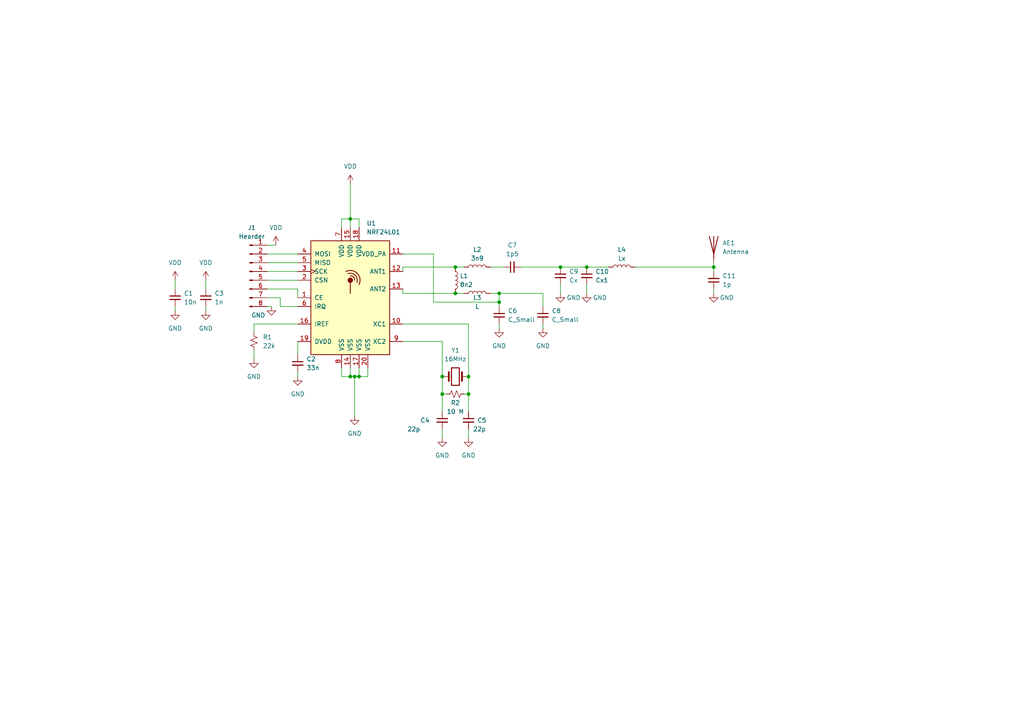
<source format=kicad_sch>
(kicad_sch
	(version 20231120)
	(generator "eeschema")
	(generator_version "8.0")
	(uuid "b2c84390-2af1-4bac-a922-f7a7e518390f")
	(paper "A4")
	(lib_symbols
		(symbol "Connector:Conn_01x08_Pin"
			(pin_names
				(offset 1.016) hide)
			(exclude_from_sim no)
			(in_bom yes)
			(on_board yes)
			(property "Reference" "J"
				(at 0 10.16 0)
				(effects
					(font
						(size 1.27 1.27)
					)
				)
			)
			(property "Value" "Conn_01x08_Pin"
				(at 0 -12.7 0)
				(effects
					(font
						(size 1.27 1.27)
					)
				)
			)
			(property "Footprint" ""
				(at 0 0 0)
				(effects
					(font
						(size 1.27 1.27)
					)
					(hide yes)
				)
			)
			(property "Datasheet" "~"
				(at 0 0 0)
				(effects
					(font
						(size 1.27 1.27)
					)
					(hide yes)
				)
			)
			(property "Description" "Generic connector, single row, 01x08, script generated"
				(at 0 0 0)
				(effects
					(font
						(size 1.27 1.27)
					)
					(hide yes)
				)
			)
			(property "ki_locked" ""
				(at 0 0 0)
				(effects
					(font
						(size 1.27 1.27)
					)
				)
			)
			(property "ki_keywords" "connector"
				(at 0 0 0)
				(effects
					(font
						(size 1.27 1.27)
					)
					(hide yes)
				)
			)
			(property "ki_fp_filters" "Connector*:*_1x??_*"
				(at 0 0 0)
				(effects
					(font
						(size 1.27 1.27)
					)
					(hide yes)
				)
			)
			(symbol "Conn_01x08_Pin_1_1"
				(polyline
					(pts
						(xy 1.27 -10.16) (xy 0.8636 -10.16)
					)
					(stroke
						(width 0.1524)
						(type default)
					)
					(fill
						(type none)
					)
				)
				(polyline
					(pts
						(xy 1.27 -7.62) (xy 0.8636 -7.62)
					)
					(stroke
						(width 0.1524)
						(type default)
					)
					(fill
						(type none)
					)
				)
				(polyline
					(pts
						(xy 1.27 -5.08) (xy 0.8636 -5.08)
					)
					(stroke
						(width 0.1524)
						(type default)
					)
					(fill
						(type none)
					)
				)
				(polyline
					(pts
						(xy 1.27 -2.54) (xy 0.8636 -2.54)
					)
					(stroke
						(width 0.1524)
						(type default)
					)
					(fill
						(type none)
					)
				)
				(polyline
					(pts
						(xy 1.27 0) (xy 0.8636 0)
					)
					(stroke
						(width 0.1524)
						(type default)
					)
					(fill
						(type none)
					)
				)
				(polyline
					(pts
						(xy 1.27 2.54) (xy 0.8636 2.54)
					)
					(stroke
						(width 0.1524)
						(type default)
					)
					(fill
						(type none)
					)
				)
				(polyline
					(pts
						(xy 1.27 5.08) (xy 0.8636 5.08)
					)
					(stroke
						(width 0.1524)
						(type default)
					)
					(fill
						(type none)
					)
				)
				(polyline
					(pts
						(xy 1.27 7.62) (xy 0.8636 7.62)
					)
					(stroke
						(width 0.1524)
						(type default)
					)
					(fill
						(type none)
					)
				)
				(rectangle
					(start 0.8636 -10.033)
					(end 0 -10.287)
					(stroke
						(width 0.1524)
						(type default)
					)
					(fill
						(type outline)
					)
				)
				(rectangle
					(start 0.8636 -7.493)
					(end 0 -7.747)
					(stroke
						(width 0.1524)
						(type default)
					)
					(fill
						(type outline)
					)
				)
				(rectangle
					(start 0.8636 -4.953)
					(end 0 -5.207)
					(stroke
						(width 0.1524)
						(type default)
					)
					(fill
						(type outline)
					)
				)
				(rectangle
					(start 0.8636 -2.413)
					(end 0 -2.667)
					(stroke
						(width 0.1524)
						(type default)
					)
					(fill
						(type outline)
					)
				)
				(rectangle
					(start 0.8636 0.127)
					(end 0 -0.127)
					(stroke
						(width 0.1524)
						(type default)
					)
					(fill
						(type outline)
					)
				)
				(rectangle
					(start 0.8636 2.667)
					(end 0 2.413)
					(stroke
						(width 0.1524)
						(type default)
					)
					(fill
						(type outline)
					)
				)
				(rectangle
					(start 0.8636 5.207)
					(end 0 4.953)
					(stroke
						(width 0.1524)
						(type default)
					)
					(fill
						(type outline)
					)
				)
				(rectangle
					(start 0.8636 7.747)
					(end 0 7.493)
					(stroke
						(width 0.1524)
						(type default)
					)
					(fill
						(type outline)
					)
				)
				(pin passive line
					(at 5.08 7.62 180)
					(length 3.81)
					(name "Pin_1"
						(effects
							(font
								(size 1.27 1.27)
							)
						)
					)
					(number "1"
						(effects
							(font
								(size 1.27 1.27)
							)
						)
					)
				)
				(pin passive line
					(at 5.08 5.08 180)
					(length 3.81)
					(name "Pin_2"
						(effects
							(font
								(size 1.27 1.27)
							)
						)
					)
					(number "2"
						(effects
							(font
								(size 1.27 1.27)
							)
						)
					)
				)
				(pin passive line
					(at 5.08 2.54 180)
					(length 3.81)
					(name "Pin_3"
						(effects
							(font
								(size 1.27 1.27)
							)
						)
					)
					(number "3"
						(effects
							(font
								(size 1.27 1.27)
							)
						)
					)
				)
				(pin passive line
					(at 5.08 0 180)
					(length 3.81)
					(name "Pin_4"
						(effects
							(font
								(size 1.27 1.27)
							)
						)
					)
					(number "4"
						(effects
							(font
								(size 1.27 1.27)
							)
						)
					)
				)
				(pin passive line
					(at 5.08 -2.54 180)
					(length 3.81)
					(name "Pin_5"
						(effects
							(font
								(size 1.27 1.27)
							)
						)
					)
					(number "5"
						(effects
							(font
								(size 1.27 1.27)
							)
						)
					)
				)
				(pin passive line
					(at 5.08 -5.08 180)
					(length 3.81)
					(name "Pin_6"
						(effects
							(font
								(size 1.27 1.27)
							)
						)
					)
					(number "6"
						(effects
							(font
								(size 1.27 1.27)
							)
						)
					)
				)
				(pin passive line
					(at 5.08 -7.62 180)
					(length 3.81)
					(name "Pin_7"
						(effects
							(font
								(size 1.27 1.27)
							)
						)
					)
					(number "7"
						(effects
							(font
								(size 1.27 1.27)
							)
						)
					)
				)
				(pin passive line
					(at 5.08 -10.16 180)
					(length 3.81)
					(name "Pin_8"
						(effects
							(font
								(size 1.27 1.27)
							)
						)
					)
					(number "8"
						(effects
							(font
								(size 1.27 1.27)
							)
						)
					)
				)
			)
		)
		(symbol "Device:Antenna"
			(pin_numbers hide)
			(pin_names
				(offset 1.016) hide)
			(exclude_from_sim no)
			(in_bom yes)
			(on_board yes)
			(property "Reference" "AE"
				(at -1.905 1.905 0)
				(effects
					(font
						(size 1.27 1.27)
					)
					(justify right)
				)
			)
			(property "Value" "Antenna"
				(at -1.905 0 0)
				(effects
					(font
						(size 1.27 1.27)
					)
					(justify right)
				)
			)
			(property "Footprint" ""
				(at 0 0 0)
				(effects
					(font
						(size 1.27 1.27)
					)
					(hide yes)
				)
			)
			(property "Datasheet" "~"
				(at 0 0 0)
				(effects
					(font
						(size 1.27 1.27)
					)
					(hide yes)
				)
			)
			(property "Description" "Antenna"
				(at 0 0 0)
				(effects
					(font
						(size 1.27 1.27)
					)
					(hide yes)
				)
			)
			(property "ki_keywords" "antenna"
				(at 0 0 0)
				(effects
					(font
						(size 1.27 1.27)
					)
					(hide yes)
				)
			)
			(symbol "Antenna_0_1"
				(polyline
					(pts
						(xy 0 2.54) (xy 0 -3.81)
					)
					(stroke
						(width 0.254)
						(type default)
					)
					(fill
						(type none)
					)
				)
				(polyline
					(pts
						(xy 1.27 2.54) (xy 0 -2.54) (xy -1.27 2.54)
					)
					(stroke
						(width 0.254)
						(type default)
					)
					(fill
						(type none)
					)
				)
			)
			(symbol "Antenna_1_1"
				(pin input line
					(at 0 -5.08 90)
					(length 2.54)
					(name "A"
						(effects
							(font
								(size 1.27 1.27)
							)
						)
					)
					(number "1"
						(effects
							(font
								(size 1.27 1.27)
							)
						)
					)
				)
			)
		)
		(symbol "Device:C_Small"
			(pin_numbers hide)
			(pin_names
				(offset 0.254) hide)
			(exclude_from_sim no)
			(in_bom yes)
			(on_board yes)
			(property "Reference" "C"
				(at 0.254 1.778 0)
				(effects
					(font
						(size 1.27 1.27)
					)
					(justify left)
				)
			)
			(property "Value" "C_Small"
				(at 0.254 -2.032 0)
				(effects
					(font
						(size 1.27 1.27)
					)
					(justify left)
				)
			)
			(property "Footprint" ""
				(at 0 0 0)
				(effects
					(font
						(size 1.27 1.27)
					)
					(hide yes)
				)
			)
			(property "Datasheet" "~"
				(at 0 0 0)
				(effects
					(font
						(size 1.27 1.27)
					)
					(hide yes)
				)
			)
			(property "Description" "Unpolarized capacitor, small symbol"
				(at 0 0 0)
				(effects
					(font
						(size 1.27 1.27)
					)
					(hide yes)
				)
			)
			(property "ki_keywords" "capacitor cap"
				(at 0 0 0)
				(effects
					(font
						(size 1.27 1.27)
					)
					(hide yes)
				)
			)
			(property "ki_fp_filters" "C_*"
				(at 0 0 0)
				(effects
					(font
						(size 1.27 1.27)
					)
					(hide yes)
				)
			)
			(symbol "C_Small_0_1"
				(polyline
					(pts
						(xy -1.524 -0.508) (xy 1.524 -0.508)
					)
					(stroke
						(width 0.3302)
						(type default)
					)
					(fill
						(type none)
					)
				)
				(polyline
					(pts
						(xy -1.524 0.508) (xy 1.524 0.508)
					)
					(stroke
						(width 0.3048)
						(type default)
					)
					(fill
						(type none)
					)
				)
			)
			(symbol "C_Small_1_1"
				(pin passive line
					(at 0 2.54 270)
					(length 2.032)
					(name "~"
						(effects
							(font
								(size 1.27 1.27)
							)
						)
					)
					(number "1"
						(effects
							(font
								(size 1.27 1.27)
							)
						)
					)
				)
				(pin passive line
					(at 0 -2.54 90)
					(length 2.032)
					(name "~"
						(effects
							(font
								(size 1.27 1.27)
							)
						)
					)
					(number "2"
						(effects
							(font
								(size 1.27 1.27)
							)
						)
					)
				)
			)
		)
		(symbol "Device:Crystal"
			(pin_numbers hide)
			(pin_names
				(offset 1.016) hide)
			(exclude_from_sim no)
			(in_bom yes)
			(on_board yes)
			(property "Reference" "Y"
				(at 0 3.81 0)
				(effects
					(font
						(size 1.27 1.27)
					)
				)
			)
			(property "Value" "Crystal"
				(at 0 -3.81 0)
				(effects
					(font
						(size 1.27 1.27)
					)
				)
			)
			(property "Footprint" ""
				(at 0 0 0)
				(effects
					(font
						(size 1.27 1.27)
					)
					(hide yes)
				)
			)
			(property "Datasheet" "~"
				(at 0 0 0)
				(effects
					(font
						(size 1.27 1.27)
					)
					(hide yes)
				)
			)
			(property "Description" "Two pin crystal"
				(at 0 0 0)
				(effects
					(font
						(size 1.27 1.27)
					)
					(hide yes)
				)
			)
			(property "ki_keywords" "quartz ceramic resonator oscillator"
				(at 0 0 0)
				(effects
					(font
						(size 1.27 1.27)
					)
					(hide yes)
				)
			)
			(property "ki_fp_filters" "Crystal*"
				(at 0 0 0)
				(effects
					(font
						(size 1.27 1.27)
					)
					(hide yes)
				)
			)
			(symbol "Crystal_0_1"
				(rectangle
					(start -1.143 2.54)
					(end 1.143 -2.54)
					(stroke
						(width 0.3048)
						(type default)
					)
					(fill
						(type none)
					)
				)
				(polyline
					(pts
						(xy -2.54 0) (xy -1.905 0)
					)
					(stroke
						(width 0)
						(type default)
					)
					(fill
						(type none)
					)
				)
				(polyline
					(pts
						(xy -1.905 -1.27) (xy -1.905 1.27)
					)
					(stroke
						(width 0.508)
						(type default)
					)
					(fill
						(type none)
					)
				)
				(polyline
					(pts
						(xy 1.905 -1.27) (xy 1.905 1.27)
					)
					(stroke
						(width 0.508)
						(type default)
					)
					(fill
						(type none)
					)
				)
				(polyline
					(pts
						(xy 2.54 0) (xy 1.905 0)
					)
					(stroke
						(width 0)
						(type default)
					)
					(fill
						(type none)
					)
				)
			)
			(symbol "Crystal_1_1"
				(pin passive line
					(at -3.81 0 0)
					(length 1.27)
					(name "1"
						(effects
							(font
								(size 1.27 1.27)
							)
						)
					)
					(number "1"
						(effects
							(font
								(size 1.27 1.27)
							)
						)
					)
				)
				(pin passive line
					(at 3.81 0 180)
					(length 1.27)
					(name "2"
						(effects
							(font
								(size 1.27 1.27)
							)
						)
					)
					(number "2"
						(effects
							(font
								(size 1.27 1.27)
							)
						)
					)
				)
			)
		)
		(symbol "Device:L"
			(pin_numbers hide)
			(pin_names
				(offset 1.016) hide)
			(exclude_from_sim no)
			(in_bom yes)
			(on_board yes)
			(property "Reference" "L"
				(at -1.27 0 90)
				(effects
					(font
						(size 1.27 1.27)
					)
				)
			)
			(property "Value" "L"
				(at 1.905 0 90)
				(effects
					(font
						(size 1.27 1.27)
					)
				)
			)
			(property "Footprint" ""
				(at 0 0 0)
				(effects
					(font
						(size 1.27 1.27)
					)
					(hide yes)
				)
			)
			(property "Datasheet" "~"
				(at 0 0 0)
				(effects
					(font
						(size 1.27 1.27)
					)
					(hide yes)
				)
			)
			(property "Description" "Inductor"
				(at 0 0 0)
				(effects
					(font
						(size 1.27 1.27)
					)
					(hide yes)
				)
			)
			(property "ki_keywords" "inductor choke coil reactor magnetic"
				(at 0 0 0)
				(effects
					(font
						(size 1.27 1.27)
					)
					(hide yes)
				)
			)
			(property "ki_fp_filters" "Choke_* *Coil* Inductor_* L_*"
				(at 0 0 0)
				(effects
					(font
						(size 1.27 1.27)
					)
					(hide yes)
				)
			)
			(symbol "L_0_1"
				(arc
					(start 0 -2.54)
					(mid 0.6323 -1.905)
					(end 0 -1.27)
					(stroke
						(width 0)
						(type default)
					)
					(fill
						(type none)
					)
				)
				(arc
					(start 0 -1.27)
					(mid 0.6323 -0.635)
					(end 0 0)
					(stroke
						(width 0)
						(type default)
					)
					(fill
						(type none)
					)
				)
				(arc
					(start 0 0)
					(mid 0.6323 0.635)
					(end 0 1.27)
					(stroke
						(width 0)
						(type default)
					)
					(fill
						(type none)
					)
				)
				(arc
					(start 0 1.27)
					(mid 0.6323 1.905)
					(end 0 2.54)
					(stroke
						(width 0)
						(type default)
					)
					(fill
						(type none)
					)
				)
			)
			(symbol "L_1_1"
				(pin passive line
					(at 0 3.81 270)
					(length 1.27)
					(name "1"
						(effects
							(font
								(size 1.27 1.27)
							)
						)
					)
					(number "1"
						(effects
							(font
								(size 1.27 1.27)
							)
						)
					)
				)
				(pin passive line
					(at 0 -3.81 90)
					(length 1.27)
					(name "2"
						(effects
							(font
								(size 1.27 1.27)
							)
						)
					)
					(number "2"
						(effects
							(font
								(size 1.27 1.27)
							)
						)
					)
				)
			)
		)
		(symbol "Device:R_Small_US"
			(pin_numbers hide)
			(pin_names
				(offset 0.254) hide)
			(exclude_from_sim no)
			(in_bom yes)
			(on_board yes)
			(property "Reference" "R"
				(at 0.762 0.508 0)
				(effects
					(font
						(size 1.27 1.27)
					)
					(justify left)
				)
			)
			(property "Value" "R_Small_US"
				(at 0.762 -1.016 0)
				(effects
					(font
						(size 1.27 1.27)
					)
					(justify left)
				)
			)
			(property "Footprint" ""
				(at 0 0 0)
				(effects
					(font
						(size 1.27 1.27)
					)
					(hide yes)
				)
			)
			(property "Datasheet" "~"
				(at 0 0 0)
				(effects
					(font
						(size 1.27 1.27)
					)
					(hide yes)
				)
			)
			(property "Description" "Resistor, small US symbol"
				(at 0 0 0)
				(effects
					(font
						(size 1.27 1.27)
					)
					(hide yes)
				)
			)
			(property "ki_keywords" "r resistor"
				(at 0 0 0)
				(effects
					(font
						(size 1.27 1.27)
					)
					(hide yes)
				)
			)
			(property "ki_fp_filters" "R_*"
				(at 0 0 0)
				(effects
					(font
						(size 1.27 1.27)
					)
					(hide yes)
				)
			)
			(symbol "R_Small_US_1_1"
				(polyline
					(pts
						(xy 0 0) (xy 1.016 -0.381) (xy 0 -0.762) (xy -1.016 -1.143) (xy 0 -1.524)
					)
					(stroke
						(width 0)
						(type default)
					)
					(fill
						(type none)
					)
				)
				(polyline
					(pts
						(xy 0 1.524) (xy 1.016 1.143) (xy 0 0.762) (xy -1.016 0.381) (xy 0 0)
					)
					(stroke
						(width 0)
						(type default)
					)
					(fill
						(type none)
					)
				)
				(pin passive line
					(at 0 2.54 270)
					(length 1.016)
					(name "~"
						(effects
							(font
								(size 1.27 1.27)
							)
						)
					)
					(number "1"
						(effects
							(font
								(size 1.27 1.27)
							)
						)
					)
				)
				(pin passive line
					(at 0 -2.54 90)
					(length 1.016)
					(name "~"
						(effects
							(font
								(size 1.27 1.27)
							)
						)
					)
					(number "2"
						(effects
							(font
								(size 1.27 1.27)
							)
						)
					)
				)
			)
		)
		(symbol "RF:NRF24L01"
			(pin_names
				(offset 1.016)
			)
			(exclude_from_sim no)
			(in_bom yes)
			(on_board yes)
			(property "Reference" "U"
				(at -11.43 17.78 0)
				(effects
					(font
						(size 1.27 1.27)
					)
					(justify left)
				)
			)
			(property "Value" "NRF24L01"
				(at 5.08 17.78 0)
				(effects
					(font
						(size 1.27 1.27)
					)
					(justify left)
				)
			)
			(property "Footprint" "Package_DFN_QFN:QFN-20-1EP_4x4mm_P0.5mm_EP2.5x2.5mm"
				(at 5.08 20.32 0)
				(effects
					(font
						(size 1.27 1.27)
						(italic yes)
					)
					(justify left)
					(hide yes)
				)
			)
			(property "Datasheet" "http://www.nordicsemi.com/eng/content/download/2730/34105/file/nRF24L01_Product_Specification_v2_0.pdf"
				(at 0 2.54 0)
				(effects
					(font
						(size 1.27 1.27)
					)
					(hide yes)
				)
			)
			(property "Description" "Ultra low power 2.4GHz RF Transceiver, QFN-20"
				(at 0 0 0)
				(effects
					(font
						(size 1.27 1.27)
					)
					(hide yes)
				)
			)
			(property "ki_keywords" "Low Power RF Transceiver"
				(at 0 0 0)
				(effects
					(font
						(size 1.27 1.27)
					)
					(hide yes)
				)
			)
			(property "ki_fp_filters" "QFN*4x4*0.5mm*"
				(at 0 0 0)
				(effects
					(font
						(size 1.27 1.27)
					)
					(hide yes)
				)
			)
			(symbol "NRF24L01_0_1"
				(rectangle
					(start -11.43 16.51)
					(end 11.43 -16.51)
					(stroke
						(width 0.254)
						(type default)
					)
					(fill
						(type background)
					)
				)
				(polyline
					(pts
						(xy 0 4.445) (xy 0 1.27)
					)
					(stroke
						(width 0.254)
						(type default)
					)
					(fill
						(type none)
					)
				)
				(circle
					(center 0 5.08)
					(radius 0.635)
					(stroke
						(width 0.254)
						(type default)
					)
					(fill
						(type outline)
					)
				)
				(arc
					(start 1.27 5.08)
					(mid 0.9071 5.9946)
					(end 0 6.35)
					(stroke
						(width 0.254)
						(type default)
					)
					(fill
						(type none)
					)
				)
				(arc
					(start 1.905 4.445)
					(mid 1.4313 6.5254)
					(end -0.635 6.985)
					(stroke
						(width 0.254)
						(type default)
					)
					(fill
						(type none)
					)
				)
				(arc
					(start 2.54 3.81)
					(mid 2.008 7.088)
					(end -1.27 7.62)
					(stroke
						(width 0.254)
						(type default)
					)
					(fill
						(type none)
					)
				)
				(rectangle
					(start 11.43 -13.97)
					(end 11.43 -13.97)
					(stroke
						(width 0)
						(type default)
					)
					(fill
						(type none)
					)
				)
			)
			(symbol "NRF24L01_1_1"
				(pin input line
					(at -15.24 0 0)
					(length 3.81)
					(name "CE"
						(effects
							(font
								(size 1.27 1.27)
							)
						)
					)
					(number "1"
						(effects
							(font
								(size 1.27 1.27)
							)
						)
					)
				)
				(pin passive line
					(at 15.24 -7.62 180)
					(length 3.81)
					(name "XC1"
						(effects
							(font
								(size 1.27 1.27)
							)
						)
					)
					(number "10"
						(effects
							(font
								(size 1.27 1.27)
							)
						)
					)
				)
				(pin power_out line
					(at 15.24 12.7 180)
					(length 3.81)
					(name "VDD_PA"
						(effects
							(font
								(size 1.27 1.27)
							)
						)
					)
					(number "11"
						(effects
							(font
								(size 1.27 1.27)
							)
						)
					)
				)
				(pin passive line
					(at 15.24 7.62 180)
					(length 3.81)
					(name "ANT1"
						(effects
							(font
								(size 1.27 1.27)
							)
						)
					)
					(number "12"
						(effects
							(font
								(size 1.27 1.27)
							)
						)
					)
				)
				(pin passive line
					(at 15.24 2.54 180)
					(length 3.81)
					(name "ANT2"
						(effects
							(font
								(size 1.27 1.27)
							)
						)
					)
					(number "13"
						(effects
							(font
								(size 1.27 1.27)
							)
						)
					)
				)
				(pin power_in line
					(at 0 -20.32 90)
					(length 3.81)
					(name "VSS"
						(effects
							(font
								(size 1.27 1.27)
							)
						)
					)
					(number "14"
						(effects
							(font
								(size 1.27 1.27)
							)
						)
					)
				)
				(pin power_in line
					(at 0 20.32 270)
					(length 3.81)
					(name "VDD"
						(effects
							(font
								(size 1.27 1.27)
							)
						)
					)
					(number "15"
						(effects
							(font
								(size 1.27 1.27)
							)
						)
					)
				)
				(pin passive line
					(at -15.24 -7.62 0)
					(length 3.81)
					(name "IREF"
						(effects
							(font
								(size 1.27 1.27)
							)
						)
					)
					(number "16"
						(effects
							(font
								(size 1.27 1.27)
							)
						)
					)
				)
				(pin power_in line
					(at 2.54 -20.32 90)
					(length 3.81)
					(name "VSS"
						(effects
							(font
								(size 1.27 1.27)
							)
						)
					)
					(number "17"
						(effects
							(font
								(size 1.27 1.27)
							)
						)
					)
				)
				(pin power_in line
					(at 2.54 20.32 270)
					(length 3.81)
					(name "VDD"
						(effects
							(font
								(size 1.27 1.27)
							)
						)
					)
					(number "18"
						(effects
							(font
								(size 1.27 1.27)
							)
						)
					)
				)
				(pin power_out line
					(at -15.24 -12.7 0)
					(length 3.81)
					(name "DVDD"
						(effects
							(font
								(size 1.27 1.27)
							)
						)
					)
					(number "19"
						(effects
							(font
								(size 1.27 1.27)
							)
						)
					)
				)
				(pin input line
					(at -15.24 5.08 0)
					(length 3.81)
					(name "CSN"
						(effects
							(font
								(size 1.27 1.27)
							)
						)
					)
					(number "2"
						(effects
							(font
								(size 1.27 1.27)
							)
						)
					)
				)
				(pin power_in line
					(at 5.08 -20.32 90)
					(length 3.81)
					(name "VSS"
						(effects
							(font
								(size 1.27 1.27)
							)
						)
					)
					(number "20"
						(effects
							(font
								(size 1.27 1.27)
							)
						)
					)
				)
				(pin input clock
					(at -15.24 7.62 0)
					(length 3.81)
					(name "SCK"
						(effects
							(font
								(size 1.27 1.27)
							)
						)
					)
					(number "3"
						(effects
							(font
								(size 1.27 1.27)
							)
						)
					)
				)
				(pin input line
					(at -15.24 12.7 0)
					(length 3.81)
					(name "MOSI"
						(effects
							(font
								(size 1.27 1.27)
							)
						)
					)
					(number "4"
						(effects
							(font
								(size 1.27 1.27)
							)
						)
					)
				)
				(pin output line
					(at -15.24 10.16 0)
					(length 3.81)
					(name "MISO"
						(effects
							(font
								(size 1.27 1.27)
							)
						)
					)
					(number "5"
						(effects
							(font
								(size 1.27 1.27)
							)
						)
					)
				)
				(pin output line
					(at -15.24 -2.54 0)
					(length 3.81)
					(name "IRQ"
						(effects
							(font
								(size 1.27 1.27)
							)
						)
					)
					(number "6"
						(effects
							(font
								(size 1.27 1.27)
							)
						)
					)
				)
				(pin power_in line
					(at -2.54 20.32 270)
					(length 3.81)
					(name "VDD"
						(effects
							(font
								(size 1.27 1.27)
							)
						)
					)
					(number "7"
						(effects
							(font
								(size 1.27 1.27)
							)
						)
					)
				)
				(pin power_in line
					(at -2.54 -20.32 90)
					(length 3.81)
					(name "VSS"
						(effects
							(font
								(size 1.27 1.27)
							)
						)
					)
					(number "8"
						(effects
							(font
								(size 1.27 1.27)
							)
						)
					)
				)
				(pin passive line
					(at 15.24 -12.7 180)
					(length 3.81)
					(name "XC2"
						(effects
							(font
								(size 1.27 1.27)
							)
						)
					)
					(number "9"
						(effects
							(font
								(size 1.27 1.27)
							)
						)
					)
				)
			)
		)
		(symbol "power:GND"
			(power)
			(pin_names
				(offset 0)
			)
			(exclude_from_sim no)
			(in_bom yes)
			(on_board yes)
			(property "Reference" "#PWR"
				(at 0 -6.35 0)
				(effects
					(font
						(size 1.27 1.27)
					)
					(hide yes)
				)
			)
			(property "Value" "GND"
				(at 0 -3.81 0)
				(effects
					(font
						(size 1.27 1.27)
					)
				)
			)
			(property "Footprint" ""
				(at 0 0 0)
				(effects
					(font
						(size 1.27 1.27)
					)
					(hide yes)
				)
			)
			(property "Datasheet" ""
				(at 0 0 0)
				(effects
					(font
						(size 1.27 1.27)
					)
					(hide yes)
				)
			)
			(property "Description" "Power symbol creates a global label with name \"GND\" , ground"
				(at 0 0 0)
				(effects
					(font
						(size 1.27 1.27)
					)
					(hide yes)
				)
			)
			(property "ki_keywords" "global power"
				(at 0 0 0)
				(effects
					(font
						(size 1.27 1.27)
					)
					(hide yes)
				)
			)
			(symbol "GND_0_1"
				(polyline
					(pts
						(xy 0 0) (xy 0 -1.27) (xy 1.27 -1.27) (xy 0 -2.54) (xy -1.27 -1.27) (xy 0 -1.27)
					)
					(stroke
						(width 0)
						(type default)
					)
					(fill
						(type none)
					)
				)
			)
			(symbol "GND_1_1"
				(pin power_in line
					(at 0 0 270)
					(length 0) hide
					(name "GND"
						(effects
							(font
								(size 1.27 1.27)
							)
						)
					)
					(number "1"
						(effects
							(font
								(size 1.27 1.27)
							)
						)
					)
				)
			)
		)
		(symbol "power:VDD"
			(power)
			(pin_names
				(offset 0)
			)
			(exclude_from_sim no)
			(in_bom yes)
			(on_board yes)
			(property "Reference" "#PWR"
				(at 0 -3.81 0)
				(effects
					(font
						(size 1.27 1.27)
					)
					(hide yes)
				)
			)
			(property "Value" "VDD"
				(at 0 3.81 0)
				(effects
					(font
						(size 1.27 1.27)
					)
				)
			)
			(property "Footprint" ""
				(at 0 0 0)
				(effects
					(font
						(size 1.27 1.27)
					)
					(hide yes)
				)
			)
			(property "Datasheet" ""
				(at 0 0 0)
				(effects
					(font
						(size 1.27 1.27)
					)
					(hide yes)
				)
			)
			(property "Description" "Power symbol creates a global label with name \"VDD\""
				(at 0 0 0)
				(effects
					(font
						(size 1.27 1.27)
					)
					(hide yes)
				)
			)
			(property "ki_keywords" "global power"
				(at 0 0 0)
				(effects
					(font
						(size 1.27 1.27)
					)
					(hide yes)
				)
			)
			(symbol "VDD_0_1"
				(polyline
					(pts
						(xy -0.762 1.27) (xy 0 2.54)
					)
					(stroke
						(width 0)
						(type default)
					)
					(fill
						(type none)
					)
				)
				(polyline
					(pts
						(xy 0 0) (xy 0 2.54)
					)
					(stroke
						(width 0)
						(type default)
					)
					(fill
						(type none)
					)
				)
				(polyline
					(pts
						(xy 0 2.54) (xy 0.762 1.27)
					)
					(stroke
						(width 0)
						(type default)
					)
					(fill
						(type none)
					)
				)
			)
			(symbol "VDD_1_1"
				(pin power_in line
					(at 0 0 90)
					(length 0) hide
					(name "VDD"
						(effects
							(font
								(size 1.27 1.27)
							)
						)
					)
					(number "1"
						(effects
							(font
								(size 1.27 1.27)
							)
						)
					)
				)
			)
		)
	)
	(junction
		(at 170.18 77.47)
		(diameter 0)
		(color 0 0 0 0)
		(uuid "16568f2d-3ed0-496d-9523-057b44f18d41")
	)
	(junction
		(at 101.6 63.5)
		(diameter 0)
		(color 0 0 0 0)
		(uuid "1776ec34-02f3-4025-b147-e5b60e0bdde2")
	)
	(junction
		(at 144.78 85.09)
		(diameter 0)
		(color 0 0 0 0)
		(uuid "18ba94c1-3a59-4b69-951f-95e399ceb21c")
	)
	(junction
		(at 101.6 109.22)
		(diameter 0)
		(color 0 0 0 0)
		(uuid "1ff46048-91fd-4400-966b-9af5914b102f")
	)
	(junction
		(at 162.56 77.47)
		(diameter 0)
		(color 0 0 0 0)
		(uuid "6809d13f-a68d-40a9-8bf9-2d2764b63505")
	)
	(junction
		(at 104.14 109.22)
		(diameter 0)
		(color 0 0 0 0)
		(uuid "866a5f2b-381f-4d66-8dcb-bf23b71fc3e6")
	)
	(junction
		(at 207.01 77.47)
		(diameter 0)
		(color 0 0 0 0)
		(uuid "96a15a99-e5e3-44aa-8dca-01776f256083")
	)
	(junction
		(at 144.78 87.63)
		(diameter 0)
		(color 0 0 0 0)
		(uuid "9a8de826-ff22-497a-8989-8e7f25b8a3dd")
	)
	(junction
		(at 135.89 114.3)
		(diameter 0)
		(color 0 0 0 0)
		(uuid "c0376182-9316-4616-aa6f-f7a73f9a89af")
	)
	(junction
		(at 128.27 109.22)
		(diameter 0)
		(color 0 0 0 0)
		(uuid "c875d9e1-e322-4090-a9da-88927d134cdc")
	)
	(junction
		(at 128.27 114.3)
		(diameter 0)
		(color 0 0 0 0)
		(uuid "cd9b1318-f410-498d-8be2-05ebcb561d19")
	)
	(junction
		(at 135.89 109.22)
		(diameter 0)
		(color 0 0 0 0)
		(uuid "e246f5f6-68c1-4d03-a2c6-f5191df42a0a")
	)
	(junction
		(at 132.08 77.47)
		(diameter 0)
		(color 0 0 0 0)
		(uuid "e62f08b4-4d5a-417d-a723-97a38aff4736")
	)
	(junction
		(at 102.87 109.22)
		(diameter 0)
		(color 0 0 0 0)
		(uuid "e80955db-bb7d-4df1-a95a-d5d859e36445")
	)
	(junction
		(at 132.08 85.09)
		(diameter 0)
		(color 0 0 0 0)
		(uuid "ee9a8ce4-5099-4397-914e-2296f35a33f6")
	)
	(wire
		(pts
			(xy 77.47 83.82) (xy 86.36 83.82)
		)
		(stroke
			(width 0)
			(type default)
		)
		(uuid "07513280-3877-4c5c-a99e-b70d35e86db2")
	)
	(wire
		(pts
			(xy 104.14 63.5) (xy 104.14 66.04)
		)
		(stroke
			(width 0)
			(type default)
		)
		(uuid "11ae363b-e89b-4208-ad4e-c66fd2c36870")
	)
	(wire
		(pts
			(xy 50.8 88.9) (xy 50.8 90.17)
		)
		(stroke
			(width 0)
			(type default)
		)
		(uuid "17f4be14-7f81-46f1-912b-cf65bba2347f")
	)
	(wire
		(pts
			(xy 104.14 106.68) (xy 104.14 109.22)
		)
		(stroke
			(width 0)
			(type default)
		)
		(uuid "1ac1356d-3b1d-4e6f-bdcd-08dea4beb762")
	)
	(wire
		(pts
			(xy 77.47 78.74) (xy 86.36 78.74)
		)
		(stroke
			(width 0)
			(type default)
		)
		(uuid "1d18118e-d390-4e42-9c54-6c031c5644bd")
	)
	(wire
		(pts
			(xy 77.47 86.36) (xy 81.28 86.36)
		)
		(stroke
			(width 0)
			(type default)
		)
		(uuid "1dd64ecb-e92b-4ba1-aefa-7c5247d8e38b")
	)
	(wire
		(pts
			(xy 157.48 85.09) (xy 144.78 85.09)
		)
		(stroke
			(width 0)
			(type default)
		)
		(uuid "2170ff36-1464-4b6a-b278-3145b4ccb7cb")
	)
	(wire
		(pts
			(xy 157.48 93.98) (xy 157.48 95.25)
		)
		(stroke
			(width 0)
			(type default)
		)
		(uuid "21cd5c03-0c84-4df2-99ce-48d50f158bb4")
	)
	(wire
		(pts
			(xy 99.06 106.68) (xy 99.06 109.22)
		)
		(stroke
			(width 0)
			(type default)
		)
		(uuid "26fe6242-4e53-4a88-abc7-9004ad30570c")
	)
	(wire
		(pts
			(xy 101.6 53.34) (xy 101.6 63.5)
		)
		(stroke
			(width 0)
			(type default)
		)
		(uuid "28cb03eb-9197-4faa-ae60-49d847404448")
	)
	(wire
		(pts
			(xy 116.84 93.98) (xy 135.89 93.98)
		)
		(stroke
			(width 0)
			(type default)
		)
		(uuid "3176e6ca-d74b-4f90-aa2a-7c4b0cd85866")
	)
	(wire
		(pts
			(xy 73.66 93.98) (xy 73.66 96.52)
		)
		(stroke
			(width 0)
			(type default)
		)
		(uuid "33c15b5b-4f03-4f1f-8ddf-f96368a6e9bb")
	)
	(wire
		(pts
			(xy 59.69 81.28) (xy 59.69 83.82)
		)
		(stroke
			(width 0)
			(type default)
		)
		(uuid "3dd4ffa2-dbae-4ee7-8d9d-2de528f65a48")
	)
	(wire
		(pts
			(xy 116.84 73.66) (xy 125.73 73.66)
		)
		(stroke
			(width 0)
			(type default)
		)
		(uuid "3efd2dda-f7d4-4fe3-a62b-7d1906a90db4")
	)
	(wire
		(pts
			(xy 151.13 77.47) (xy 162.56 77.47)
		)
		(stroke
			(width 0)
			(type default)
		)
		(uuid "477519f1-6fd0-4026-93d6-e3301ef23044")
	)
	(wire
		(pts
			(xy 86.36 93.98) (xy 73.66 93.98)
		)
		(stroke
			(width 0)
			(type default)
		)
		(uuid "4b6e95c2-2ca1-4ad3-bcbf-ec8ea5147227")
	)
	(wire
		(pts
			(xy 101.6 109.22) (xy 102.87 109.22)
		)
		(stroke
			(width 0)
			(type default)
		)
		(uuid "51665ea5-527d-4581-af1d-2261fc64f8b9")
	)
	(wire
		(pts
			(xy 128.27 114.3) (xy 128.27 119.38)
		)
		(stroke
			(width 0)
			(type default)
		)
		(uuid "5500b719-04c6-4d4c-a155-0f765a691df7")
	)
	(wire
		(pts
			(xy 207.01 77.47) (xy 207.01 78.74)
		)
		(stroke
			(width 0)
			(type default)
		)
		(uuid "55d76f81-d125-490c-90d1-575650f7a923")
	)
	(wire
		(pts
			(xy 101.6 106.68) (xy 101.6 109.22)
		)
		(stroke
			(width 0)
			(type default)
		)
		(uuid "591188d8-acdc-475e-b8c7-dcff77afaa4b")
	)
	(wire
		(pts
			(xy 73.66 101.6) (xy 73.66 104.14)
		)
		(stroke
			(width 0)
			(type default)
		)
		(uuid "5f39c2ff-51d3-473b-b4ad-833e166e23b1")
	)
	(wire
		(pts
			(xy 157.48 88.9) (xy 157.48 85.09)
		)
		(stroke
			(width 0)
			(type default)
		)
		(uuid "6486db27-0bf5-4175-84d6-85361a84acdf")
	)
	(wire
		(pts
			(xy 135.89 124.46) (xy 135.89 127)
		)
		(stroke
			(width 0)
			(type default)
		)
		(uuid "6c868afc-bef7-478c-9767-e39925a76f14")
	)
	(wire
		(pts
			(xy 86.36 83.82) (xy 86.36 86.36)
		)
		(stroke
			(width 0)
			(type default)
		)
		(uuid "6de54332-56cc-4dda-a0a1-456126461c9d")
	)
	(wire
		(pts
			(xy 116.84 85.09) (xy 116.84 83.82)
		)
		(stroke
			(width 0)
			(type default)
		)
		(uuid "6f295b23-000f-4b1a-8169-83a43b4459a2")
	)
	(wire
		(pts
			(xy 142.24 85.09) (xy 144.78 85.09)
		)
		(stroke
			(width 0)
			(type default)
		)
		(uuid "70f1559b-6ad7-463c-8f85-9df05263af4b")
	)
	(wire
		(pts
			(xy 99.06 66.04) (xy 99.06 63.5)
		)
		(stroke
			(width 0)
			(type default)
		)
		(uuid "7559c541-d8e0-4a37-943a-122954a49db7")
	)
	(wire
		(pts
			(xy 86.36 99.06) (xy 86.36 102.87)
		)
		(stroke
			(width 0)
			(type default)
		)
		(uuid "75dd4cda-7f8d-4624-9a96-d1c7b5800cc8")
	)
	(wire
		(pts
			(xy 77.47 88.9) (xy 78.74 88.9)
		)
		(stroke
			(width 0)
			(type default)
		)
		(uuid "77d7f500-98de-46d9-9399-2cb82df98bfb")
	)
	(wire
		(pts
			(xy 170.18 82.55) (xy 170.18 85.09)
		)
		(stroke
			(width 0)
			(type default)
		)
		(uuid "7bdc8d98-7a3b-4876-b7f2-c4dc5120138a")
	)
	(wire
		(pts
			(xy 59.69 88.9) (xy 59.69 90.17)
		)
		(stroke
			(width 0)
			(type default)
		)
		(uuid "7dc36cdc-1714-498c-9642-deef855b87f2")
	)
	(wire
		(pts
			(xy 144.78 85.09) (xy 144.78 87.63)
		)
		(stroke
			(width 0)
			(type default)
		)
		(uuid "7ea0c743-77f1-4dca-87ce-1fe7a86923e5")
	)
	(wire
		(pts
			(xy 132.08 77.47) (xy 134.62 77.47)
		)
		(stroke
			(width 0)
			(type default)
		)
		(uuid "7f269185-08a2-4e31-8d1f-4d2007d1d667")
	)
	(wire
		(pts
			(xy 101.6 63.5) (xy 104.14 63.5)
		)
		(stroke
			(width 0)
			(type default)
		)
		(uuid "8069aa71-79ba-4998-90a1-f7f89a89df15")
	)
	(wire
		(pts
			(xy 106.68 109.22) (xy 106.68 106.68)
		)
		(stroke
			(width 0)
			(type default)
		)
		(uuid "85315d34-2e23-4257-8913-d083db7eb6c4")
	)
	(wire
		(pts
			(xy 144.78 93.98) (xy 144.78 95.25)
		)
		(stroke
			(width 0)
			(type default)
		)
		(uuid "86d55ca4-2dba-4365-b412-534fafb4eb49")
	)
	(wire
		(pts
			(xy 125.73 87.63) (xy 144.78 87.63)
		)
		(stroke
			(width 0)
			(type default)
		)
		(uuid "8aa5dadf-afc5-469f-9615-c1b02c153ee1")
	)
	(wire
		(pts
			(xy 135.89 114.3) (xy 135.89 109.22)
		)
		(stroke
			(width 0)
			(type default)
		)
		(uuid "8bd0b8f7-be4f-4438-828e-9a99d24b3e8c")
	)
	(wire
		(pts
			(xy 99.06 63.5) (xy 101.6 63.5)
		)
		(stroke
			(width 0)
			(type default)
		)
		(uuid "997f18fa-c7f8-4819-abb4-1a377e461113")
	)
	(wire
		(pts
			(xy 116.84 77.47) (xy 116.84 78.74)
		)
		(stroke
			(width 0)
			(type default)
		)
		(uuid "9a15ab6d-0bd9-4746-aba7-06ab00201593")
	)
	(wire
		(pts
			(xy 50.8 81.28) (xy 50.8 83.82)
		)
		(stroke
			(width 0)
			(type default)
		)
		(uuid "a646efcf-5b90-4e83-b90b-7a93073f9ce8")
	)
	(wire
		(pts
			(xy 135.89 93.98) (xy 135.89 109.22)
		)
		(stroke
			(width 0)
			(type default)
		)
		(uuid "b2291704-a6cb-4425-bddf-6dd6b080c835")
	)
	(wire
		(pts
			(xy 184.15 77.47) (xy 207.01 77.47)
		)
		(stroke
			(width 0)
			(type default)
		)
		(uuid "b24a2621-df32-467e-885e-5942799c2e79")
	)
	(wire
		(pts
			(xy 81.28 88.9) (xy 86.36 88.9)
		)
		(stroke
			(width 0)
			(type default)
		)
		(uuid "b947bd93-5b74-4536-ba30-bc1d3a1486cf")
	)
	(wire
		(pts
			(xy 99.06 109.22) (xy 101.6 109.22)
		)
		(stroke
			(width 0)
			(type default)
		)
		(uuid "bc3ae9f2-78c6-4680-b46e-8dbb5070e8a1")
	)
	(wire
		(pts
			(xy 104.14 109.22) (xy 106.68 109.22)
		)
		(stroke
			(width 0)
			(type default)
		)
		(uuid "bff6c450-698a-425c-bd55-997519100059")
	)
	(wire
		(pts
			(xy 101.6 63.5) (xy 101.6 66.04)
		)
		(stroke
			(width 0)
			(type default)
		)
		(uuid "c1ddf38a-c53c-4cb1-a8d2-d5d8c8367194")
	)
	(wire
		(pts
			(xy 102.87 109.22) (xy 102.87 120.65)
		)
		(stroke
			(width 0)
			(type default)
		)
		(uuid "c1dfed68-b4b7-42dd-ab06-b372a33e8585")
	)
	(wire
		(pts
			(xy 116.84 85.09) (xy 132.08 85.09)
		)
		(stroke
			(width 0)
			(type default)
		)
		(uuid "c1f94988-f7dc-4c86-b194-9d1c2bcab5a4")
	)
	(wire
		(pts
			(xy 129.54 114.3) (xy 128.27 114.3)
		)
		(stroke
			(width 0)
			(type default)
		)
		(uuid "c289ef79-73c2-4ca4-affa-bff873b4f5cd")
	)
	(wire
		(pts
			(xy 128.27 109.22) (xy 128.27 114.3)
		)
		(stroke
			(width 0)
			(type default)
		)
		(uuid "c3347530-02fc-408c-a724-03adadabfeca")
	)
	(wire
		(pts
			(xy 142.24 77.47) (xy 146.05 77.47)
		)
		(stroke
			(width 0)
			(type default)
		)
		(uuid "c7ad99cf-fe76-42df-928a-996c043a2d25")
	)
	(wire
		(pts
			(xy 77.47 71.12) (xy 80.01 71.12)
		)
		(stroke
			(width 0)
			(type default)
		)
		(uuid "c8da22d6-1b92-4383-8924-9d108e6baf01")
	)
	(wire
		(pts
			(xy 207.01 76.2) (xy 207.01 77.47)
		)
		(stroke
			(width 0)
			(type default)
		)
		(uuid "cb27b759-dfcd-41d9-9c07-76b5c349537e")
	)
	(wire
		(pts
			(xy 207.01 83.82) (xy 207.01 85.09)
		)
		(stroke
			(width 0)
			(type default)
		)
		(uuid "cd138b16-73b8-4c6e-aee5-3d26db06529c")
	)
	(wire
		(pts
			(xy 135.89 114.3) (xy 135.89 119.38)
		)
		(stroke
			(width 0)
			(type default)
		)
		(uuid "ce7646ce-f9c2-42fb-97c4-bbc0f1ea5281")
	)
	(wire
		(pts
			(xy 116.84 77.47) (xy 132.08 77.47)
		)
		(stroke
			(width 0)
			(type default)
		)
		(uuid "d1831c09-dd0d-4d5b-a247-5354d3bc4f9f")
	)
	(wire
		(pts
			(xy 144.78 87.63) (xy 144.78 88.9)
		)
		(stroke
			(width 0)
			(type default)
		)
		(uuid "d1ce1224-38e1-4ffd-ba68-99ea9430eaab")
	)
	(wire
		(pts
			(xy 102.87 109.22) (xy 104.14 109.22)
		)
		(stroke
			(width 0)
			(type default)
		)
		(uuid "d24477d6-5cb3-45e9-9b34-d91b7261e282")
	)
	(wire
		(pts
			(xy 86.36 107.95) (xy 86.36 109.22)
		)
		(stroke
			(width 0)
			(type default)
		)
		(uuid "d3ce5dfb-080e-4c9d-9390-2b969e52323f")
	)
	(wire
		(pts
			(xy 77.47 73.66) (xy 86.36 73.66)
		)
		(stroke
			(width 0)
			(type default)
		)
		(uuid "d9552c9e-885b-4b26-95ce-73a008717898")
	)
	(wire
		(pts
			(xy 162.56 82.55) (xy 162.56 85.09)
		)
		(stroke
			(width 0)
			(type default)
		)
		(uuid "d972606b-fcc1-4059-95cb-bdcaecc16c89")
	)
	(wire
		(pts
			(xy 77.47 76.2) (xy 86.36 76.2)
		)
		(stroke
			(width 0)
			(type default)
		)
		(uuid "dad6331f-fded-4d54-8797-89a1ce222bf9")
	)
	(wire
		(pts
			(xy 81.28 86.36) (xy 81.28 88.9)
		)
		(stroke
			(width 0)
			(type default)
		)
		(uuid "e11d5eff-c6b5-4338-8344-67ef33199a6a")
	)
	(wire
		(pts
			(xy 170.18 77.47) (xy 176.53 77.47)
		)
		(stroke
			(width 0)
			(type default)
		)
		(uuid "e20684bd-30f8-42aa-94bc-deab01e7b10e")
	)
	(wire
		(pts
			(xy 128.27 99.06) (xy 116.84 99.06)
		)
		(stroke
			(width 0)
			(type default)
		)
		(uuid "e58f75d6-77da-45f0-8d53-750182350849")
	)
	(wire
		(pts
			(xy 77.47 81.28) (xy 86.36 81.28)
		)
		(stroke
			(width 0)
			(type default)
		)
		(uuid "f24929be-b9b7-442f-a8cc-247b3ed0c547")
	)
	(wire
		(pts
			(xy 162.56 77.47) (xy 170.18 77.47)
		)
		(stroke
			(width 0)
			(type default)
		)
		(uuid "f52b9604-c440-4f9b-bbb4-c502c2d2c577")
	)
	(wire
		(pts
			(xy 132.08 85.09) (xy 134.62 85.09)
		)
		(stroke
			(width 0)
			(type default)
		)
		(uuid "f812ab45-7d32-43c5-8dae-80015324d72f")
	)
	(wire
		(pts
			(xy 125.73 73.66) (xy 125.73 87.63)
		)
		(stroke
			(width 0)
			(type default)
		)
		(uuid "f9e7a250-4ff8-4c23-aaa9-826cb71e15ce")
	)
	(wire
		(pts
			(xy 128.27 109.22) (xy 128.27 99.06)
		)
		(stroke
			(width 0)
			(type default)
		)
		(uuid "fa9ac7a4-e2fd-4907-a291-4aba3a25968b")
	)
	(wire
		(pts
			(xy 134.62 114.3) (xy 135.89 114.3)
		)
		(stroke
			(width 0)
			(type default)
		)
		(uuid "fef5b279-79a6-44a7-86ff-6bed61db81de")
	)
	(wire
		(pts
			(xy 128.27 124.46) (xy 128.27 127)
		)
		(stroke
			(width 0)
			(type default)
		)
		(uuid "ff31e7aa-d3d3-4218-a8a7-9df81157db0e")
	)
	(symbol
		(lib_id "power:GND")
		(at 207.01 85.09 0)
		(unit 1)
		(exclude_from_sim no)
		(in_bom yes)
		(on_board yes)
		(dnp no)
		(uuid "0267aa1b-7df8-405a-a1cf-2b2f4a14b4d3")
		(property "Reference" "#PWR017"
			(at 207.01 91.44 0)
			(effects
				(font
					(size 1.27 1.27)
				)
				(hide yes)
			)
		)
		(property "Value" "GND"
			(at 210.82 86.36 0)
			(effects
				(font
					(size 1.27 1.27)
				)
			)
		)
		(property "Footprint" ""
			(at 207.01 85.09 0)
			(effects
				(font
					(size 1.27 1.27)
				)
				(hide yes)
			)
		)
		(property "Datasheet" ""
			(at 207.01 85.09 0)
			(effects
				(font
					(size 1.27 1.27)
				)
				(hide yes)
			)
		)
		(property "Description" ""
			(at 207.01 85.09 0)
			(effects
				(font
					(size 1.27 1.27)
				)
				(hide yes)
			)
		)
		(pin "1"
			(uuid "9183bbc1-69ee-4d0a-89f7-b81f28eda703")
		)
		(instances
			(project "Juan_PCB"
				(path "/b2c84390-2af1-4bac-a922-f7a7e518390f"
					(reference "#PWR017")
					(unit 1)
				)
			)
		)
	)
	(symbol
		(lib_id "power:VDD")
		(at 59.69 81.28 0)
		(unit 1)
		(exclude_from_sim no)
		(in_bom yes)
		(on_board yes)
		(dnp no)
		(fields_autoplaced yes)
		(uuid "2c9a7efd-0c21-4d42-a24a-7495e7c97c7e")
		(property "Reference" "#PWR07"
			(at 59.69 85.09 0)
			(effects
				(font
					(size 1.27 1.27)
				)
				(hide yes)
			)
		)
		(property "Value" "VDD"
			(at 59.69 76.2 0)
			(effects
				(font
					(size 1.27 1.27)
				)
			)
		)
		(property "Footprint" ""
			(at 59.69 81.28 0)
			(effects
				(font
					(size 1.27 1.27)
				)
				(hide yes)
			)
		)
		(property "Datasheet" ""
			(at 59.69 81.28 0)
			(effects
				(font
					(size 1.27 1.27)
				)
				(hide yes)
			)
		)
		(property "Description" ""
			(at 59.69 81.28 0)
			(effects
				(font
					(size 1.27 1.27)
				)
				(hide yes)
			)
		)
		(pin "1"
			(uuid "804f6b94-080c-45df-9ba7-f8b1fdca9028")
		)
		(instances
			(project "Juan_PCB"
				(path "/b2c84390-2af1-4bac-a922-f7a7e518390f"
					(reference "#PWR07")
					(unit 1)
				)
			)
		)
	)
	(symbol
		(lib_id "Device:C_Small")
		(at 86.36 105.41 0)
		(unit 1)
		(exclude_from_sim no)
		(in_bom yes)
		(on_board yes)
		(dnp no)
		(fields_autoplaced yes)
		(uuid "2fe74d64-d169-4302-9efd-6cf483781af7")
		(property "Reference" "C2"
			(at 88.9 104.1463 0)
			(effects
				(font
					(size 1.27 1.27)
				)
				(justify left)
			)
		)
		(property "Value" "33n"
			(at 88.9 106.6863 0)
			(effects
				(font
					(size 1.27 1.27)
				)
				(justify left)
			)
		)
		(property "Footprint" "Capacitor_SMD:C_0402_1005Metric"
			(at 86.36 105.41 0)
			(effects
				(font
					(size 1.27 1.27)
				)
				(hide yes)
			)
		)
		(property "Datasheet" "~"
			(at 86.36 105.41 0)
			(effects
				(font
					(size 1.27 1.27)
				)
				(hide yes)
			)
		)
		(property "Description" ""
			(at 86.36 105.41 0)
			(effects
				(font
					(size 1.27 1.27)
				)
				(hide yes)
			)
		)
		(pin "1"
			(uuid "253aeda0-54f5-42ce-85e4-90c32de0ee77")
		)
		(pin "2"
			(uuid "e83c31bd-b067-4ac7-9a8e-dae82fa7e7e2")
		)
		(instances
			(project "Juan_PCB"
				(path "/b2c84390-2af1-4bac-a922-f7a7e518390f"
					(reference "C2")
					(unit 1)
				)
			)
		)
	)
	(symbol
		(lib_id "power:GND")
		(at 59.69 90.17 0)
		(unit 1)
		(exclude_from_sim no)
		(in_bom yes)
		(on_board yes)
		(dnp no)
		(fields_autoplaced yes)
		(uuid "316057aa-82ef-4f2a-8905-0f4378ec63a8")
		(property "Reference" "#PWR08"
			(at 59.69 96.52 0)
			(effects
				(font
					(size 1.27 1.27)
				)
				(hide yes)
			)
		)
		(property "Value" "GND"
			(at 59.69 95.25 0)
			(effects
				(font
					(size 1.27 1.27)
				)
			)
		)
		(property "Footprint" ""
			(at 59.69 90.17 0)
			(effects
				(font
					(size 1.27 1.27)
				)
				(hide yes)
			)
		)
		(property "Datasheet" ""
			(at 59.69 90.17 0)
			(effects
				(font
					(size 1.27 1.27)
				)
				(hide yes)
			)
		)
		(property "Description" ""
			(at 59.69 90.17 0)
			(effects
				(font
					(size 1.27 1.27)
				)
				(hide yes)
			)
		)
		(pin "1"
			(uuid "ab4185aa-c838-4a93-b0a0-4daf2fbfcf33")
		)
		(instances
			(project "Juan_PCB"
				(path "/b2c84390-2af1-4bac-a922-f7a7e518390f"
					(reference "#PWR08")
					(unit 1)
				)
			)
		)
	)
	(symbol
		(lib_id "Device:L")
		(at 132.08 81.28 0)
		(unit 1)
		(exclude_from_sim no)
		(in_bom yes)
		(on_board yes)
		(dnp no)
		(fields_autoplaced yes)
		(uuid "3c39f136-318f-47e1-8650-0df6c9b2a9bf")
		(property "Reference" "L1"
			(at 133.35 80.01 0)
			(effects
				(font
					(size 1.27 1.27)
				)
				(justify left)
			)
		)
		(property "Value" "8n2"
			(at 133.35 82.55 0)
			(effects
				(font
					(size 1.27 1.27)
				)
				(justify left)
			)
		)
		(property "Footprint" "Inductor_SMD:L_0402_1005Metric"
			(at 132.08 81.28 0)
			(effects
				(font
					(size 1.27 1.27)
				)
				(hide yes)
			)
		)
		(property "Datasheet" "~"
			(at 132.08 81.28 0)
			(effects
				(font
					(size 1.27 1.27)
				)
				(hide yes)
			)
		)
		(property "Description" ""
			(at 132.08 81.28 0)
			(effects
				(font
					(size 1.27 1.27)
				)
				(hide yes)
			)
		)
		(pin "1"
			(uuid "a71bc5cc-048d-4602-b7c1-a0a473127d41")
		)
		(pin "2"
			(uuid "149708eb-cb06-4319-9825-a7c8d1d99e2c")
		)
		(instances
			(project "Juan_PCB"
				(path "/b2c84390-2af1-4bac-a922-f7a7e518390f"
					(reference "L1")
					(unit 1)
				)
			)
		)
	)
	(symbol
		(lib_id "Device:C_Small")
		(at 59.69 86.36 0)
		(unit 1)
		(exclude_from_sim no)
		(in_bom yes)
		(on_board yes)
		(dnp no)
		(fields_autoplaced yes)
		(uuid "46574fe6-ed67-4fde-830b-50e9c03c5335")
		(property "Reference" "C3"
			(at 62.23 85.0963 0)
			(effects
				(font
					(size 1.27 1.27)
				)
				(justify left)
			)
		)
		(property "Value" "1n"
			(at 62.23 87.6363 0)
			(effects
				(font
					(size 1.27 1.27)
				)
				(justify left)
			)
		)
		(property "Footprint" "Capacitor_SMD:C_0402_1005Metric"
			(at 59.69 86.36 0)
			(effects
				(font
					(size 1.27 1.27)
				)
				(hide yes)
			)
		)
		(property "Datasheet" "~"
			(at 59.69 86.36 0)
			(effects
				(font
					(size 1.27 1.27)
				)
				(hide yes)
			)
		)
		(property "Description" ""
			(at 59.69 86.36 0)
			(effects
				(font
					(size 1.27 1.27)
				)
				(hide yes)
			)
		)
		(pin "1"
			(uuid "63400ab8-87a2-4b5d-912a-198f0f4d0fdb")
		)
		(pin "2"
			(uuid "f0cc8bfe-e7bc-4ac0-8153-206516acb629")
		)
		(instances
			(project "Juan_PCB"
				(path "/b2c84390-2af1-4bac-a922-f7a7e518390f"
					(reference "C3")
					(unit 1)
				)
			)
		)
	)
	(symbol
		(lib_id "power:VDD")
		(at 80.01 71.12 0)
		(unit 1)
		(exclude_from_sim no)
		(in_bom yes)
		(on_board yes)
		(dnp no)
		(fields_autoplaced yes)
		(uuid "4a5ae930-6e0d-4308-8c8b-b7558dfc366c")
		(property "Reference" "#PWR03"
			(at 80.01 74.93 0)
			(effects
				(font
					(size 1.27 1.27)
				)
				(hide yes)
			)
		)
		(property "Value" "VDD"
			(at 80.01 66.04 0)
			(effects
				(font
					(size 1.27 1.27)
				)
			)
		)
		(property "Footprint" ""
			(at 80.01 71.12 0)
			(effects
				(font
					(size 1.27 1.27)
				)
				(hide yes)
			)
		)
		(property "Datasheet" ""
			(at 80.01 71.12 0)
			(effects
				(font
					(size 1.27 1.27)
				)
				(hide yes)
			)
		)
		(property "Description" ""
			(at 80.01 71.12 0)
			(effects
				(font
					(size 1.27 1.27)
				)
				(hide yes)
			)
		)
		(pin "1"
			(uuid "6034cc77-38c2-4fe8-b124-59db98725467")
		)
		(instances
			(project "Juan_PCB"
				(path "/b2c84390-2af1-4bac-a922-f7a7e518390f"
					(reference "#PWR03")
					(unit 1)
				)
			)
		)
	)
	(symbol
		(lib_id "Device:R_Small_US")
		(at 73.66 99.06 0)
		(unit 1)
		(exclude_from_sim no)
		(in_bom yes)
		(on_board yes)
		(dnp no)
		(fields_autoplaced yes)
		(uuid "4b01ec6f-8782-4a88-87df-8382bc0f91b8")
		(property "Reference" "R1"
			(at 76.2 97.79 0)
			(effects
				(font
					(size 1.27 1.27)
				)
				(justify left)
			)
		)
		(property "Value" "22k"
			(at 76.2 100.33 0)
			(effects
				(font
					(size 1.27 1.27)
				)
				(justify left)
			)
		)
		(property "Footprint" "Resistor_SMD:R_0402_1005Metric"
			(at 73.66 99.06 0)
			(effects
				(font
					(size 1.27 1.27)
				)
				(hide yes)
			)
		)
		(property "Datasheet" "~"
			(at 73.66 99.06 0)
			(effects
				(font
					(size 1.27 1.27)
				)
				(hide yes)
			)
		)
		(property "Description" ""
			(at 73.66 99.06 0)
			(effects
				(font
					(size 1.27 1.27)
				)
				(hide yes)
			)
		)
		(pin "1"
			(uuid "c7ab2e2b-7b48-4e82-8a9c-f4f88c5c0881")
		)
		(pin "2"
			(uuid "c2e5e609-4e48-478e-8535-a7f321d102cf")
		)
		(instances
			(project "Juan_PCB"
				(path "/b2c84390-2af1-4bac-a922-f7a7e518390f"
					(reference "R1")
					(unit 1)
				)
			)
		)
	)
	(symbol
		(lib_id "Device:C_Small")
		(at 135.89 121.92 0)
		(unit 1)
		(exclude_from_sim no)
		(in_bom yes)
		(on_board yes)
		(dnp no)
		(uuid "549e9c3d-fd14-466f-aa9e-28738514cb6c")
		(property "Reference" "C5"
			(at 138.43 121.92 0)
			(effects
				(font
					(size 1.27 1.27)
				)
				(justify left)
			)
		)
		(property "Value" "22p"
			(at 137.16 124.46 0)
			(effects
				(font
					(size 1.27 1.27)
				)
				(justify left)
			)
		)
		(property "Footprint" "Capacitor_SMD:C_0402_1005Metric"
			(at 135.89 121.92 0)
			(effects
				(font
					(size 1.27 1.27)
				)
				(hide yes)
			)
		)
		(property "Datasheet" "~"
			(at 135.89 121.92 0)
			(effects
				(font
					(size 1.27 1.27)
				)
				(hide yes)
			)
		)
		(property "Description" ""
			(at 135.89 121.92 0)
			(effects
				(font
					(size 1.27 1.27)
				)
				(hide yes)
			)
		)
		(pin "1"
			(uuid "c1ddda1b-d169-4923-836f-e3b8bb8ce40b")
		)
		(pin "2"
			(uuid "65e4aa32-9d14-4348-aea5-ee2b215a176f")
		)
		(instances
			(project "Juan_PCB"
				(path "/b2c84390-2af1-4bac-a922-f7a7e518390f"
					(reference "C5")
					(unit 1)
				)
			)
		)
	)
	(symbol
		(lib_id "Device:C_Small")
		(at 162.56 80.01 0)
		(unit 1)
		(exclude_from_sim no)
		(in_bom yes)
		(on_board yes)
		(dnp no)
		(fields_autoplaced yes)
		(uuid "573ebd34-b282-4b3d-8b07-b79e59d82010")
		(property "Reference" "C9"
			(at 165.1 78.7462 0)
			(effects
				(font
					(size 1.27 1.27)
				)
				(justify left)
			)
		)
		(property "Value" "Cx"
			(at 165.1 81.2862 0)
			(effects
				(font
					(size 1.27 1.27)
				)
				(justify left)
			)
		)
		(property "Footprint" "Capacitor_SMD:C_0402_1005Metric"
			(at 162.56 80.01 0)
			(effects
				(font
					(size 1.27 1.27)
				)
				(hide yes)
			)
		)
		(property "Datasheet" "~"
			(at 162.56 80.01 0)
			(effects
				(font
					(size 1.27 1.27)
				)
				(hide yes)
			)
		)
		(property "Description" ""
			(at 162.56 80.01 0)
			(effects
				(font
					(size 1.27 1.27)
				)
				(hide yes)
			)
		)
		(pin "1"
			(uuid "02906d45-fc5c-41c5-bc28-ba010f21d28b")
		)
		(pin "2"
			(uuid "631e3562-00dd-455e-8c97-7454bea9a7b9")
		)
		(instances
			(project "Juan_PCB"
				(path "/b2c84390-2af1-4bac-a922-f7a7e518390f"
					(reference "C9")
					(unit 1)
				)
			)
		)
	)
	(symbol
		(lib_id "power:GND")
		(at 86.36 109.22 0)
		(unit 1)
		(exclude_from_sim no)
		(in_bom yes)
		(on_board yes)
		(dnp no)
		(fields_autoplaced yes)
		(uuid "5ced13f6-3629-4d41-b8f3-d564497b84ff")
		(property "Reference" "#PWR06"
			(at 86.36 115.57 0)
			(effects
				(font
					(size 1.27 1.27)
				)
				(hide yes)
			)
		)
		(property "Value" "GND"
			(at 86.36 114.3 0)
			(effects
				(font
					(size 1.27 1.27)
				)
			)
		)
		(property "Footprint" ""
			(at 86.36 109.22 0)
			(effects
				(font
					(size 1.27 1.27)
				)
				(hide yes)
			)
		)
		(property "Datasheet" ""
			(at 86.36 109.22 0)
			(effects
				(font
					(size 1.27 1.27)
				)
				(hide yes)
			)
		)
		(property "Description" ""
			(at 86.36 109.22 0)
			(effects
				(font
					(size 1.27 1.27)
				)
				(hide yes)
			)
		)
		(pin "1"
			(uuid "1bd20009-0f84-4c42-a450-6cbc557306ba")
		)
		(instances
			(project "Juan_PCB"
				(path "/b2c84390-2af1-4bac-a922-f7a7e518390f"
					(reference "#PWR06")
					(unit 1)
				)
			)
		)
	)
	(symbol
		(lib_id "Device:L")
		(at 180.34 77.47 90)
		(unit 1)
		(exclude_from_sim no)
		(in_bom yes)
		(on_board yes)
		(dnp no)
		(fields_autoplaced yes)
		(uuid "635db070-cf43-4a05-a5ac-c2134e2e80bc")
		(property "Reference" "L4"
			(at 180.34 72.39 90)
			(effects
				(font
					(size 1.27 1.27)
				)
			)
		)
		(property "Value" "Lx"
			(at 180.34 74.93 90)
			(effects
				(font
					(size 1.27 1.27)
				)
			)
		)
		(property "Footprint" "Inductor_SMD:L_0402_1005Metric"
			(at 180.34 77.47 0)
			(effects
				(font
					(size 1.27 1.27)
				)
				(hide yes)
			)
		)
		(property "Datasheet" "~"
			(at 180.34 77.47 0)
			(effects
				(font
					(size 1.27 1.27)
				)
				(hide yes)
			)
		)
		(property "Description" ""
			(at 180.34 77.47 0)
			(effects
				(font
					(size 1.27 1.27)
				)
				(hide yes)
			)
		)
		(pin "1"
			(uuid "c218367f-6ee2-48fd-a8df-29b76aa73045")
		)
		(pin "2"
			(uuid "79edb70e-c484-4bc3-8bda-e5d8830cc16e")
		)
		(instances
			(project "Juan_PCB"
				(path "/b2c84390-2af1-4bac-a922-f7a7e518390f"
					(reference "L4")
					(unit 1)
				)
			)
		)
	)
	(symbol
		(lib_id "Device:Antenna")
		(at 207.01 71.12 0)
		(unit 1)
		(exclude_from_sim no)
		(in_bom yes)
		(on_board yes)
		(dnp no)
		(fields_autoplaced yes)
		(uuid "65142b73-3791-404e-b143-320810ba835b")
		(property "Reference" "AE1"
			(at 209.55 70.485 0)
			(effects
				(font
					(size 1.27 1.27)
				)
				(justify left)
			)
		)
		(property "Value" "Antenna"
			(at 209.55 73.025 0)
			(effects
				(font
					(size 1.27 1.27)
				)
				(justify left)
			)
		)
		(property "Footprint" "RF_Antenna:Texas_SWRA117D_2.4GHz_Right"
			(at 207.01 71.12 0)
			(effects
				(font
					(size 1.27 1.27)
				)
				(hide yes)
			)
		)
		(property "Datasheet" "~"
			(at 207.01 71.12 0)
			(effects
				(font
					(size 1.27 1.27)
				)
				(hide yes)
			)
		)
		(property "Description" ""
			(at 207.01 71.12 0)
			(effects
				(font
					(size 1.27 1.27)
				)
				(hide yes)
			)
		)
		(pin "1"
			(uuid "170b61d4-72a0-4f82-90ce-0a128c93b882")
		)
		(instances
			(project "Juan_PCB"
				(path "/b2c84390-2af1-4bac-a922-f7a7e518390f"
					(reference "AE1")
					(unit 1)
				)
			)
		)
	)
	(symbol
		(lib_id "power:GND")
		(at 157.48 95.25 0)
		(unit 1)
		(exclude_from_sim no)
		(in_bom yes)
		(on_board yes)
		(dnp no)
		(fields_autoplaced yes)
		(uuid "754ac613-50d2-4870-8fd6-f71f77c8d06b")
		(property "Reference" "#PWR014"
			(at 157.48 101.6 0)
			(effects
				(font
					(size 1.27 1.27)
				)
				(hide yes)
			)
		)
		(property "Value" "GND"
			(at 157.48 100.33 0)
			(effects
				(font
					(size 1.27 1.27)
				)
			)
		)
		(property "Footprint" ""
			(at 157.48 95.25 0)
			(effects
				(font
					(size 1.27 1.27)
				)
				(hide yes)
			)
		)
		(property "Datasheet" ""
			(at 157.48 95.25 0)
			(effects
				(font
					(size 1.27 1.27)
				)
				(hide yes)
			)
		)
		(property "Description" ""
			(at 157.48 95.25 0)
			(effects
				(font
					(size 1.27 1.27)
				)
				(hide yes)
			)
		)
		(pin "1"
			(uuid "23fa0c5f-6ba1-4e83-b0f9-51a9d8541f8d")
		)
		(instances
			(project "Juan_PCB"
				(path "/b2c84390-2af1-4bac-a922-f7a7e518390f"
					(reference "#PWR014")
					(unit 1)
				)
			)
		)
	)
	(symbol
		(lib_id "power:GND")
		(at 102.87 120.65 0)
		(unit 1)
		(exclude_from_sim no)
		(in_bom yes)
		(on_board yes)
		(dnp no)
		(fields_autoplaced yes)
		(uuid "763ed2df-29f2-493d-82ef-9379e3e67712")
		(property "Reference" "#PWR010"
			(at 102.87 127 0)
			(effects
				(font
					(size 1.27 1.27)
				)
				(hide yes)
			)
		)
		(property "Value" "GND"
			(at 102.87 125.73 0)
			(effects
				(font
					(size 1.27 1.27)
				)
			)
		)
		(property "Footprint" ""
			(at 102.87 120.65 0)
			(effects
				(font
					(size 1.27 1.27)
				)
				(hide yes)
			)
		)
		(property "Datasheet" ""
			(at 102.87 120.65 0)
			(effects
				(font
					(size 1.27 1.27)
				)
				(hide yes)
			)
		)
		(property "Description" ""
			(at 102.87 120.65 0)
			(effects
				(font
					(size 1.27 1.27)
				)
				(hide yes)
			)
		)
		(pin "1"
			(uuid "fc75dd5f-95f9-4b2a-8155-0061ae2f023d")
		)
		(instances
			(project "Juan_PCB"
				(path "/b2c84390-2af1-4bac-a922-f7a7e518390f"
					(reference "#PWR010")
					(unit 1)
				)
			)
		)
	)
	(symbol
		(lib_id "power:VDD")
		(at 101.6 53.34 0)
		(unit 1)
		(exclude_from_sim no)
		(in_bom yes)
		(on_board yes)
		(dnp no)
		(fields_autoplaced yes)
		(uuid "7b1ebca9-b691-4bdb-9bb5-178840aed17f")
		(property "Reference" "#PWR09"
			(at 101.6 57.15 0)
			(effects
				(font
					(size 1.27 1.27)
				)
				(hide yes)
			)
		)
		(property "Value" "VDD"
			(at 101.6 48.26 0)
			(effects
				(font
					(size 1.27 1.27)
				)
			)
		)
		(property "Footprint" ""
			(at 101.6 53.34 0)
			(effects
				(font
					(size 1.27 1.27)
				)
				(hide yes)
			)
		)
		(property "Datasheet" ""
			(at 101.6 53.34 0)
			(effects
				(font
					(size 1.27 1.27)
				)
				(hide yes)
			)
		)
		(property "Description" ""
			(at 101.6 53.34 0)
			(effects
				(font
					(size 1.27 1.27)
				)
				(hide yes)
			)
		)
		(pin "1"
			(uuid "6170173a-08bf-468c-b3e3-7ee361101421")
		)
		(instances
			(project "Juan_PCB"
				(path "/b2c84390-2af1-4bac-a922-f7a7e518390f"
					(reference "#PWR09")
					(unit 1)
				)
			)
		)
	)
	(symbol
		(lib_id "power:GND")
		(at 170.18 85.09 0)
		(unit 1)
		(exclude_from_sim no)
		(in_bom yes)
		(on_board yes)
		(dnp no)
		(uuid "840b55b5-954a-47e5-88bc-3f1ddeae8867")
		(property "Reference" "#PWR016"
			(at 170.18 91.44 0)
			(effects
				(font
					(size 1.27 1.27)
				)
				(hide yes)
			)
		)
		(property "Value" "GND"
			(at 173.99 86.36 0)
			(effects
				(font
					(size 1.27 1.27)
				)
			)
		)
		(property "Footprint" ""
			(at 170.18 85.09 0)
			(effects
				(font
					(size 1.27 1.27)
				)
				(hide yes)
			)
		)
		(property "Datasheet" ""
			(at 170.18 85.09 0)
			(effects
				(font
					(size 1.27 1.27)
				)
				(hide yes)
			)
		)
		(property "Description" ""
			(at 170.18 85.09 0)
			(effects
				(font
					(size 1.27 1.27)
				)
				(hide yes)
			)
		)
		(pin "1"
			(uuid "e3faf49e-8d55-4616-b910-05bae888b186")
		)
		(instances
			(project "Juan_PCB"
				(path "/b2c84390-2af1-4bac-a922-f7a7e518390f"
					(reference "#PWR016")
					(unit 1)
				)
			)
		)
	)
	(symbol
		(lib_id "Device:C_Small")
		(at 170.18 80.01 0)
		(unit 1)
		(exclude_from_sim no)
		(in_bom yes)
		(on_board yes)
		(dnp no)
		(fields_autoplaced yes)
		(uuid "85b88eb3-0515-4abd-9b7c-03d45ae030db")
		(property "Reference" "C10"
			(at 172.72 78.7462 0)
			(effects
				(font
					(size 1.27 1.27)
				)
				(justify left)
			)
		)
		(property "Value" "Cx1"
			(at 172.72 81.2862 0)
			(effects
				(font
					(size 1.27 1.27)
				)
				(justify left)
			)
		)
		(property "Footprint" "Capacitor_SMD:C_0402_1005Metric"
			(at 170.18 80.01 0)
			(effects
				(font
					(size 1.27 1.27)
				)
				(hide yes)
			)
		)
		(property "Datasheet" "~"
			(at 170.18 80.01 0)
			(effects
				(font
					(size 1.27 1.27)
				)
				(hide yes)
			)
		)
		(property "Description" ""
			(at 170.18 80.01 0)
			(effects
				(font
					(size 1.27 1.27)
				)
				(hide yes)
			)
		)
		(pin "1"
			(uuid "5e0c40d8-3c0d-4ba0-aad5-786103d45bf2")
		)
		(pin "2"
			(uuid "d9ee44ec-8431-43d0-9153-926eb8eaea87")
		)
		(instances
			(project "Juan_PCB"
				(path "/b2c84390-2af1-4bac-a922-f7a7e518390f"
					(reference "C10")
					(unit 1)
				)
			)
		)
	)
	(symbol
		(lib_id "Device:C_Small")
		(at 128.27 121.92 0)
		(unit 1)
		(exclude_from_sim no)
		(in_bom yes)
		(on_board yes)
		(dnp no)
		(uuid "860b4188-213a-43b2-9e67-15f5984a7041")
		(property "Reference" "C4"
			(at 121.92 121.92 0)
			(effects
				(font
					(size 1.27 1.27)
				)
				(justify left)
			)
		)
		(property "Value" "22p"
			(at 118.11 124.46 0)
			(effects
				(font
					(size 1.27 1.27)
				)
				(justify left)
			)
		)
		(property "Footprint" "Capacitor_SMD:C_0402_1005Metric"
			(at 128.27 121.92 0)
			(effects
				(font
					(size 1.27 1.27)
				)
				(hide yes)
			)
		)
		(property "Datasheet" "~"
			(at 128.27 121.92 0)
			(effects
				(font
					(size 1.27 1.27)
				)
				(hide yes)
			)
		)
		(property "Description" ""
			(at 128.27 121.92 0)
			(effects
				(font
					(size 1.27 1.27)
				)
				(hide yes)
			)
		)
		(pin "1"
			(uuid "a9cae007-59dd-406b-9ee8-68c32a1dea27")
		)
		(pin "2"
			(uuid "fc95f63e-5b96-455d-a3e9-ea4061b7071c")
		)
		(instances
			(project "Juan_PCB"
				(path "/b2c84390-2af1-4bac-a922-f7a7e518390f"
					(reference "C4")
					(unit 1)
				)
			)
		)
	)
	(symbol
		(lib_id "power:GND")
		(at 162.56 85.09 0)
		(unit 1)
		(exclude_from_sim no)
		(in_bom yes)
		(on_board yes)
		(dnp no)
		(uuid "8a3e19a0-d0cc-47b6-838c-544fb76e9a9f")
		(property "Reference" "#PWR015"
			(at 162.56 91.44 0)
			(effects
				(font
					(size 1.27 1.27)
				)
				(hide yes)
			)
		)
		(property "Value" "GND"
			(at 166.37 86.36 0)
			(effects
				(font
					(size 1.27 1.27)
				)
			)
		)
		(property "Footprint" ""
			(at 162.56 85.09 0)
			(effects
				(font
					(size 1.27 1.27)
				)
				(hide yes)
			)
		)
		(property "Datasheet" ""
			(at 162.56 85.09 0)
			(effects
				(font
					(size 1.27 1.27)
				)
				(hide yes)
			)
		)
		(property "Description" ""
			(at 162.56 85.09 0)
			(effects
				(font
					(size 1.27 1.27)
				)
				(hide yes)
			)
		)
		(pin "1"
			(uuid "3d567208-e9d6-4267-8ad7-34e92e86df2e")
		)
		(instances
			(project "Juan_PCB"
				(path "/b2c84390-2af1-4bac-a922-f7a7e518390f"
					(reference "#PWR015")
					(unit 1)
				)
			)
		)
	)
	(symbol
		(lib_id "RF:NRF24L01")
		(at 101.6 86.36 0)
		(unit 1)
		(exclude_from_sim no)
		(in_bom yes)
		(on_board yes)
		(dnp no)
		(fields_autoplaced yes)
		(uuid "8a446479-7c2c-4649-b6ff-9848277a08c9")
		(property "Reference" "U1"
			(at 106.3341 64.77 0)
			(effects
				(font
					(size 1.27 1.27)
				)
				(justify left)
			)
		)
		(property "Value" "NRF24L01"
			(at 106.3341 67.31 0)
			(effects
				(font
					(size 1.27 1.27)
				)
				(justify left)
			)
		)
		(property "Footprint" "Package_DFN_QFN:QFN-20-1EP_4x4mm_P0.5mm_EP2.5x2.5mm"
			(at 106.68 66.04 0)
			(effects
				(font
					(size 1.27 1.27)
					(italic yes)
				)
				(justify left)
				(hide yes)
			)
		)
		(property "Datasheet" "http://www.nordicsemi.com/eng/content/download/2730/34105/file/nRF24L01_Product_Specification_v2_0.pdf"
			(at 101.6 83.82 0)
			(effects
				(font
					(size 1.27 1.27)
				)
				(hide yes)
			)
		)
		(property "Description" ""
			(at 101.6 86.36 0)
			(effects
				(font
					(size 1.27 1.27)
				)
				(hide yes)
			)
		)
		(pin "1"
			(uuid "f0a2d6bf-9ee9-4307-b162-9d504b8f39fc")
		)
		(pin "10"
			(uuid "405a8b61-2aad-4bf5-945a-cd55d6b00800")
		)
		(pin "11"
			(uuid "b4c81b81-6914-4138-bda8-3898034d40db")
		)
		(pin "12"
			(uuid "8175178e-24cc-4266-ac96-8a61e1ab6770")
		)
		(pin "13"
			(uuid "ff073d49-1378-49ae-ad57-ee451e897fdd")
		)
		(pin "14"
			(uuid "1443d323-3780-4713-a624-ef34e4c9366e")
		)
		(pin "15"
			(uuid "5e6aff0f-af64-4fd0-bd0e-1d5b6d55bdda")
		)
		(pin "16"
			(uuid "45c40384-5914-4929-987d-dc6e0cac0e66")
		)
		(pin "17"
			(uuid "21ccad51-5387-4732-86b6-6175697df18e")
		)
		(pin "18"
			(uuid "f5b38e09-2bba-4c41-bb26-d4f2ad347958")
		)
		(pin "19"
			(uuid "ad0e2b6a-7310-4b42-adbc-26901182bfb4")
		)
		(pin "2"
			(uuid "195d008f-197b-43c9-b2e5-9856df8e6484")
		)
		(pin "20"
			(uuid "10085216-d221-47b5-b784-1e04b567fb33")
		)
		(pin "3"
			(uuid "9f4dedff-f750-4482-87d0-642c2c0ba2ec")
		)
		(pin "4"
			(uuid "36a6d3b7-1ef8-415c-9a1f-17531cb5ad48")
		)
		(pin "5"
			(uuid "633b8e45-1e9c-4a1e-b0ed-14fccd62941e")
		)
		(pin "6"
			(uuid "ca569220-decf-46e4-9501-afd5dd7791ed")
		)
		(pin "7"
			(uuid "63c51cbe-ff6d-44e6-932c-ecb7f784f171")
		)
		(pin "8"
			(uuid "ff8b6dce-08c4-4c7b-963c-a6f737b706f9")
		)
		(pin "9"
			(uuid "296bbd8f-1603-488f-bbd8-5c8d0dea5376")
		)
		(instances
			(project "Juan_PCB"
				(path "/b2c84390-2af1-4bac-a922-f7a7e518390f"
					(reference "U1")
					(unit 1)
				)
			)
		)
	)
	(symbol
		(lib_id "power:GND")
		(at 144.78 95.25 0)
		(unit 1)
		(exclude_from_sim no)
		(in_bom yes)
		(on_board yes)
		(dnp no)
		(fields_autoplaced yes)
		(uuid "92b83402-4078-4bdd-8d3d-1da1a7898615")
		(property "Reference" "#PWR013"
			(at 144.78 101.6 0)
			(effects
				(font
					(size 1.27 1.27)
				)
				(hide yes)
			)
		)
		(property "Value" "GND"
			(at 144.78 100.33 0)
			(effects
				(font
					(size 1.27 1.27)
				)
			)
		)
		(property "Footprint" ""
			(at 144.78 95.25 0)
			(effects
				(font
					(size 1.27 1.27)
				)
				(hide yes)
			)
		)
		(property "Datasheet" ""
			(at 144.78 95.25 0)
			(effects
				(font
					(size 1.27 1.27)
				)
				(hide yes)
			)
		)
		(property "Description" ""
			(at 144.78 95.25 0)
			(effects
				(font
					(size 1.27 1.27)
				)
				(hide yes)
			)
		)
		(pin "1"
			(uuid "2a7ced32-91b9-490c-9682-be6c07c8ac25")
		)
		(instances
			(project "Juan_PCB"
				(path "/b2c84390-2af1-4bac-a922-f7a7e518390f"
					(reference "#PWR013")
					(unit 1)
				)
			)
		)
	)
	(symbol
		(lib_id "power:GND")
		(at 135.89 127 0)
		(unit 1)
		(exclude_from_sim no)
		(in_bom yes)
		(on_board yes)
		(dnp no)
		(fields_autoplaced yes)
		(uuid "973a2e3b-81c1-4e88-887e-5f416c28d057")
		(property "Reference" "#PWR012"
			(at 135.89 133.35 0)
			(effects
				(font
					(size 1.27 1.27)
				)
				(hide yes)
			)
		)
		(property "Value" "GND"
			(at 135.89 132.08 0)
			(effects
				(font
					(size 1.27 1.27)
				)
			)
		)
		(property "Footprint" ""
			(at 135.89 127 0)
			(effects
				(font
					(size 1.27 1.27)
				)
				(hide yes)
			)
		)
		(property "Datasheet" ""
			(at 135.89 127 0)
			(effects
				(font
					(size 1.27 1.27)
				)
				(hide yes)
			)
		)
		(property "Description" ""
			(at 135.89 127 0)
			(effects
				(font
					(size 1.27 1.27)
				)
				(hide yes)
			)
		)
		(pin "1"
			(uuid "c27884b8-d617-4797-8942-98539c83f599")
		)
		(instances
			(project "Juan_PCB"
				(path "/b2c84390-2af1-4bac-a922-f7a7e518390f"
					(reference "#PWR012")
					(unit 1)
				)
			)
		)
	)
	(symbol
		(lib_id "Device:L")
		(at 138.43 77.47 90)
		(unit 1)
		(exclude_from_sim no)
		(in_bom yes)
		(on_board yes)
		(dnp no)
		(fields_autoplaced yes)
		(uuid "97cd2372-2c68-4552-aee8-ea0649df0023")
		(property "Reference" "L2"
			(at 138.43 72.39 90)
			(effects
				(font
					(size 1.27 1.27)
				)
			)
		)
		(property "Value" "3n9"
			(at 138.43 74.93 90)
			(effects
				(font
					(size 1.27 1.27)
				)
			)
		)
		(property "Footprint" "Inductor_SMD:L_0402_1005Metric"
			(at 138.43 77.47 0)
			(effects
				(font
					(size 1.27 1.27)
				)
				(hide yes)
			)
		)
		(property "Datasheet" "~"
			(at 138.43 77.47 0)
			(effects
				(font
					(size 1.27 1.27)
				)
				(hide yes)
			)
		)
		(property "Description" ""
			(at 138.43 77.47 0)
			(effects
				(font
					(size 1.27 1.27)
				)
				(hide yes)
			)
		)
		(pin "1"
			(uuid "a3357972-c4c5-48f9-ab39-a89272c699a5")
		)
		(pin "2"
			(uuid "fbacd088-5efa-4eec-8759-5bf453e3d6f0")
		)
		(instances
			(project "Juan_PCB"
				(path "/b2c84390-2af1-4bac-a922-f7a7e518390f"
					(reference "L2")
					(unit 1)
				)
			)
		)
	)
	(symbol
		(lib_id "Connector:Conn_01x08_Pin")
		(at 72.39 78.74 0)
		(unit 1)
		(exclude_from_sim no)
		(in_bom yes)
		(on_board yes)
		(dnp no)
		(fields_autoplaced yes)
		(uuid "9f35e0ad-183b-45a2-9f2e-89e033ffb4ae")
		(property "Reference" "J1"
			(at 73.025 66.04 0)
			(effects
				(font
					(size 1.27 1.27)
				)
			)
		)
		(property "Value" "Hearder"
			(at 73.025 68.58 0)
			(effects
				(font
					(size 1.27 1.27)
				)
			)
		)
		(property "Footprint" "Connector_Hirose:Hirose_DF13-08P-1.25DSA_1x08_P1.25mm_Vertical"
			(at 72.39 78.74 0)
			(effects
				(font
					(size 1.27 1.27)
				)
				(hide yes)
			)
		)
		(property "Datasheet" "~"
			(at 72.39 78.74 0)
			(effects
				(font
					(size 1.27 1.27)
				)
				(hide yes)
			)
		)
		(property "Description" ""
			(at 72.39 78.74 0)
			(effects
				(font
					(size 1.27 1.27)
				)
				(hide yes)
			)
		)
		(pin "1"
			(uuid "c686c952-8e0a-4d16-a517-516443392ba7")
		)
		(pin "2"
			(uuid "0defa476-1534-4e8a-a02d-2ec8254958ae")
		)
		(pin "3"
			(uuid "395ba492-43dc-43f4-b1f3-08f7ad38776a")
		)
		(pin "4"
			(uuid "36846351-d3ba-48d5-979d-35218f002219")
		)
		(pin "5"
			(uuid "bbfdc0ab-f872-4834-b652-d8fab9e9d8e7")
		)
		(pin "6"
			(uuid "f5173f0d-0c14-4e5b-ab84-a1d1603afd3f")
		)
		(pin "7"
			(uuid "3975c1e7-01d3-4af9-ad32-225f2310c39f")
		)
		(pin "8"
			(uuid "9615adaa-6001-4417-951d-2c5c7c7a9e74")
		)
		(instances
			(project "Juan_PCB"
				(path "/b2c84390-2af1-4bac-a922-f7a7e518390f"
					(reference "J1")
					(unit 1)
				)
			)
		)
	)
	(symbol
		(lib_id "Device:R_Small_US")
		(at 132.08 114.3 90)
		(unit 1)
		(exclude_from_sim no)
		(in_bom yes)
		(on_board yes)
		(dnp no)
		(uuid "aeb338c7-b14b-44b1-99f3-743aeb26e949")
		(property "Reference" "R2"
			(at 132.08 116.84 90)
			(effects
				(font
					(size 1.27 1.27)
				)
			)
		)
		(property "Value" "10 M"
			(at 132.08 119.38 90)
			(effects
				(font
					(size 1.27 1.27)
				)
			)
		)
		(property "Footprint" "Resistor_SMD:R_0402_1005Metric"
			(at 132.08 114.3 0)
			(effects
				(font
					(size 1.27 1.27)
				)
				(hide yes)
			)
		)
		(property "Datasheet" "~"
			(at 132.08 114.3 0)
			(effects
				(font
					(size 1.27 1.27)
				)
				(hide yes)
			)
		)
		(property "Description" ""
			(at 132.08 114.3 0)
			(effects
				(font
					(size 1.27 1.27)
				)
				(hide yes)
			)
		)
		(pin "1"
			(uuid "115aff92-d414-43ad-aa45-05a9676247c4")
		)
		(pin "2"
			(uuid "bfd0425c-4eba-4307-a996-b7124c760e0e")
		)
		(instances
			(project "Juan_PCB"
				(path "/b2c84390-2af1-4bac-a922-f7a7e518390f"
					(reference "R2")
					(unit 1)
				)
			)
		)
	)
	(symbol
		(lib_id "power:GND")
		(at 78.74 88.9 0)
		(unit 1)
		(exclude_from_sim no)
		(in_bom yes)
		(on_board yes)
		(dnp no)
		(uuid "af17dc61-24c7-46c2-bda3-932ffda23f38")
		(property "Reference" "#PWR02"
			(at 78.74 95.25 0)
			(effects
				(font
					(size 1.27 1.27)
				)
				(hide yes)
			)
		)
		(property "Value" "GND"
			(at 74.93 91.44 0)
			(effects
				(font
					(size 1.27 1.27)
				)
			)
		)
		(property "Footprint" ""
			(at 78.74 88.9 0)
			(effects
				(font
					(size 1.27 1.27)
				)
				(hide yes)
			)
		)
		(property "Datasheet" ""
			(at 78.74 88.9 0)
			(effects
				(font
					(size 1.27 1.27)
				)
				(hide yes)
			)
		)
		(property "Description" ""
			(at 78.74 88.9 0)
			(effects
				(font
					(size 1.27 1.27)
				)
				(hide yes)
			)
		)
		(pin "1"
			(uuid "959231dc-86fb-4c7e-8720-78ad7a37395e")
		)
		(instances
			(project "Juan_PCB"
				(path "/b2c84390-2af1-4bac-a922-f7a7e518390f"
					(reference "#PWR02")
					(unit 1)
				)
			)
		)
	)
	(symbol
		(lib_id "Device:L")
		(at 138.43 85.09 90)
		(unit 1)
		(exclude_from_sim no)
		(in_bom yes)
		(on_board yes)
		(dnp no)
		(uuid "b352729b-eb40-4ac1-a04b-e9bb6dc9ced1")
		(property "Reference" "L3"
			(at 138.43 86.36 90)
			(effects
				(font
					(size 1.27 1.27)
				)
			)
		)
		(property "Value" "L"
			(at 138.43 88.9 90)
			(effects
				(font
					(size 1.27 1.27)
				)
			)
		)
		(property "Footprint" "Inductor_SMD:L_0402_1005Metric"
			(at 138.43 85.09 0)
			(effects
				(font
					(size 1.27 1.27)
				)
				(hide yes)
			)
		)
		(property "Datasheet" "~"
			(at 138.43 85.09 0)
			(effects
				(font
					(size 1.27 1.27)
				)
				(hide yes)
			)
		)
		(property "Description" ""
			(at 138.43 85.09 0)
			(effects
				(font
					(size 1.27 1.27)
				)
				(hide yes)
			)
		)
		(pin "1"
			(uuid "dd973017-a1ed-431f-a25e-fc79a1ac9b93")
		)
		(pin "2"
			(uuid "c102762b-5fc3-40b5-af83-67f9b0ee9269")
		)
		(instances
			(project "Juan_PCB"
				(path "/b2c84390-2af1-4bac-a922-f7a7e518390f"
					(reference "L3")
					(unit 1)
				)
			)
		)
	)
	(symbol
		(lib_id "Device:Crystal")
		(at 132.08 109.22 0)
		(unit 1)
		(exclude_from_sim no)
		(in_bom yes)
		(on_board yes)
		(dnp no)
		(fields_autoplaced yes)
		(uuid "bb66653b-9873-4a74-bd6e-ded2f7861791")
		(property "Reference" "Y1"
			(at 132.08 101.6 0)
			(effects
				(font
					(size 1.27 1.27)
				)
			)
		)
		(property "Value" "16MHz"
			(at 132.08 104.14 0)
			(effects
				(font
					(size 1.27 1.27)
				)
			)
		)
		(property "Footprint" "Crystal:Crystal_SMD_3215-2Pin_3.2x1.5mm"
			(at 132.08 109.22 0)
			(effects
				(font
					(size 1.27 1.27)
				)
				(hide yes)
			)
		)
		(property "Datasheet" "~"
			(at 132.08 109.22 0)
			(effects
				(font
					(size 1.27 1.27)
				)
				(hide yes)
			)
		)
		(property "Description" ""
			(at 132.08 109.22 0)
			(effects
				(font
					(size 1.27 1.27)
				)
				(hide yes)
			)
		)
		(pin "1"
			(uuid "c772df14-69dc-4dd1-82c3-f302c37b4b67")
		)
		(pin "2"
			(uuid "be101a07-1a9e-4374-b07f-6f05c19f75d8")
		)
		(instances
			(project "Juan_PCB"
				(path "/b2c84390-2af1-4bac-a922-f7a7e518390f"
					(reference "Y1")
					(unit 1)
				)
			)
		)
	)
	(symbol
		(lib_id "power:VDD")
		(at 50.8 81.28 0)
		(unit 1)
		(exclude_from_sim no)
		(in_bom yes)
		(on_board yes)
		(dnp no)
		(fields_autoplaced yes)
		(uuid "bc1e19aa-2757-4493-82e1-c11b760e669c")
		(property "Reference" "#PWR04"
			(at 50.8 85.09 0)
			(effects
				(font
					(size 1.27 1.27)
				)
				(hide yes)
			)
		)
		(property "Value" "VDD"
			(at 50.8 76.2 0)
			(effects
				(font
					(size 1.27 1.27)
				)
			)
		)
		(property "Footprint" ""
			(at 50.8 81.28 0)
			(effects
				(font
					(size 1.27 1.27)
				)
				(hide yes)
			)
		)
		(property "Datasheet" ""
			(at 50.8 81.28 0)
			(effects
				(font
					(size 1.27 1.27)
				)
				(hide yes)
			)
		)
		(property "Description" ""
			(at 50.8 81.28 0)
			(effects
				(font
					(size 1.27 1.27)
				)
				(hide yes)
			)
		)
		(pin "1"
			(uuid "3f7fc5c6-ad59-47c6-867c-6395395375f6")
		)
		(instances
			(project "Juan_PCB"
				(path "/b2c84390-2af1-4bac-a922-f7a7e518390f"
					(reference "#PWR04")
					(unit 1)
				)
			)
		)
	)
	(symbol
		(lib_id "Device:C_Small")
		(at 144.78 91.44 0)
		(unit 1)
		(exclude_from_sim no)
		(in_bom yes)
		(on_board yes)
		(dnp no)
		(fields_autoplaced yes)
		(uuid "bc9b7a6b-254b-4252-9a62-dfd082febf3a")
		(property "Reference" "C6"
			(at 147.32 90.1763 0)
			(effects
				(font
					(size 1.27 1.27)
				)
				(justify left)
			)
		)
		(property "Value" "C_Small"
			(at 147.32 92.7163 0)
			(effects
				(font
					(size 1.27 1.27)
				)
				(justify left)
			)
		)
		(property "Footprint" "Capacitor_SMD:C_0402_1005Metric"
			(at 144.78 91.44 0)
			(effects
				(font
					(size 1.27 1.27)
				)
				(hide yes)
			)
		)
		(property "Datasheet" "~"
			(at 144.78 91.44 0)
			(effects
				(font
					(size 1.27 1.27)
				)
				(hide yes)
			)
		)
		(property "Description" ""
			(at 144.78 91.44 0)
			(effects
				(font
					(size 1.27 1.27)
				)
				(hide yes)
			)
		)
		(pin "1"
			(uuid "00350dbf-f58f-498c-9d3f-b6183c14f2cc")
		)
		(pin "2"
			(uuid "840e905f-0e1d-48ab-8664-a06ad212bd92")
		)
		(instances
			(project "Juan_PCB"
				(path "/b2c84390-2af1-4bac-a922-f7a7e518390f"
					(reference "C6")
					(unit 1)
				)
			)
		)
	)
	(symbol
		(lib_id "Device:C_Small")
		(at 157.48 91.44 0)
		(unit 1)
		(exclude_from_sim no)
		(in_bom yes)
		(on_board yes)
		(dnp no)
		(fields_autoplaced yes)
		(uuid "db7fae6f-569c-4eee-b4e5-1ab300993241")
		(property "Reference" "C8"
			(at 160.02 90.1763 0)
			(effects
				(font
					(size 1.27 1.27)
				)
				(justify left)
			)
		)
		(property "Value" "C_Small"
			(at 160.02 92.7163 0)
			(effects
				(font
					(size 1.27 1.27)
				)
				(justify left)
			)
		)
		(property "Footprint" "Capacitor_SMD:C_0402_1005Metric"
			(at 157.48 91.44 0)
			(effects
				(font
					(size 1.27 1.27)
				)
				(hide yes)
			)
		)
		(property "Datasheet" "~"
			(at 157.48 91.44 0)
			(effects
				(font
					(size 1.27 1.27)
				)
				(hide yes)
			)
		)
		(property "Description" ""
			(at 157.48 91.44 0)
			(effects
				(font
					(size 1.27 1.27)
				)
				(hide yes)
			)
		)
		(pin "1"
			(uuid "e3fb198a-e1bf-451e-ad3e-edb14e3f04c6")
		)
		(pin "2"
			(uuid "52e22fd8-1d58-430a-b4ef-4d6792a207e8")
		)
		(instances
			(project "Juan_PCB"
				(path "/b2c84390-2af1-4bac-a922-f7a7e518390f"
					(reference "C8")
					(unit 1)
				)
			)
		)
	)
	(symbol
		(lib_id "power:GND")
		(at 50.8 90.17 0)
		(unit 1)
		(exclude_from_sim no)
		(in_bom yes)
		(on_board yes)
		(dnp no)
		(fields_autoplaced yes)
		(uuid "dffb76ac-9bd5-4983-9c22-a5f7a6278e07")
		(property "Reference" "#PWR05"
			(at 50.8 96.52 0)
			(effects
				(font
					(size 1.27 1.27)
				)
				(hide yes)
			)
		)
		(property "Value" "GND"
			(at 50.8 95.25 0)
			(effects
				(font
					(size 1.27 1.27)
				)
			)
		)
		(property "Footprint" ""
			(at 50.8 90.17 0)
			(effects
				(font
					(size 1.27 1.27)
				)
				(hide yes)
			)
		)
		(property "Datasheet" ""
			(at 50.8 90.17 0)
			(effects
				(font
					(size 1.27 1.27)
				)
				(hide yes)
			)
		)
		(property "Description" ""
			(at 50.8 90.17 0)
			(effects
				(font
					(size 1.27 1.27)
				)
				(hide yes)
			)
		)
		(pin "1"
			(uuid "b3589c03-b651-4c82-a705-93c6754768d7")
		)
		(instances
			(project "Juan_PCB"
				(path "/b2c84390-2af1-4bac-a922-f7a7e518390f"
					(reference "#PWR05")
					(unit 1)
				)
			)
		)
	)
	(symbol
		(lib_id "power:GND")
		(at 73.66 104.14 0)
		(unit 1)
		(exclude_from_sim no)
		(in_bom yes)
		(on_board yes)
		(dnp no)
		(fields_autoplaced yes)
		(uuid "e3817077-3a24-460a-9b7c-ec69a2171ff6")
		(property "Reference" "#PWR01"
			(at 73.66 110.49 0)
			(effects
				(font
					(size 1.27 1.27)
				)
				(hide yes)
			)
		)
		(property "Value" "GND"
			(at 73.66 109.22 0)
			(effects
				(font
					(size 1.27 1.27)
				)
			)
		)
		(property "Footprint" ""
			(at 73.66 104.14 0)
			(effects
				(font
					(size 1.27 1.27)
				)
				(hide yes)
			)
		)
		(property "Datasheet" ""
			(at 73.66 104.14 0)
			(effects
				(font
					(size 1.27 1.27)
				)
				(hide yes)
			)
		)
		(property "Description" ""
			(at 73.66 104.14 0)
			(effects
				(font
					(size 1.27 1.27)
				)
				(hide yes)
			)
		)
		(pin "1"
			(uuid "e1a572de-8a50-4d7b-a916-40a5f076f8ec")
		)
		(instances
			(project "Juan_PCB"
				(path "/b2c84390-2af1-4bac-a922-f7a7e518390f"
					(reference "#PWR01")
					(unit 1)
				)
			)
		)
	)
	(symbol
		(lib_id "Device:C_Small")
		(at 50.8 86.36 0)
		(unit 1)
		(exclude_from_sim no)
		(in_bom yes)
		(on_board yes)
		(dnp no)
		(fields_autoplaced yes)
		(uuid "e577897a-2716-4bfd-a024-aade1c2e6c44")
		(property "Reference" "C1"
			(at 53.34 85.0963 0)
			(effects
				(font
					(size 1.27 1.27)
				)
				(justify left)
			)
		)
		(property "Value" "10n"
			(at 53.34 87.6363 0)
			(effects
				(font
					(size 1.27 1.27)
				)
				(justify left)
			)
		)
		(property "Footprint" "Capacitor_SMD:C_0402_1005Metric"
			(at 50.8 86.36 0)
			(effects
				(font
					(size 1.27 1.27)
				)
				(hide yes)
			)
		)
		(property "Datasheet" "~"
			(at 50.8 86.36 0)
			(effects
				(font
					(size 1.27 1.27)
				)
				(hide yes)
			)
		)
		(property "Description" ""
			(at 50.8 86.36 0)
			(effects
				(font
					(size 1.27 1.27)
				)
				(hide yes)
			)
		)
		(pin "1"
			(uuid "5f8fe7d8-46d5-458c-a8ad-0233e4480e21")
		)
		(pin "2"
			(uuid "a087594e-1c16-453a-8504-3b10191a047f")
		)
		(instances
			(project "Juan_PCB"
				(path "/b2c84390-2af1-4bac-a922-f7a7e518390f"
					(reference "C1")
					(unit 1)
				)
			)
		)
	)
	(symbol
		(lib_id "Device:C_Small")
		(at 207.01 81.28 180)
		(unit 1)
		(exclude_from_sim no)
		(in_bom yes)
		(on_board yes)
		(dnp no)
		(fields_autoplaced yes)
		(uuid "e7c46586-bf60-4a48-b9f3-3516ec6f02db")
		(property "Reference" "C11"
			(at 209.55 80.0036 0)
			(effects
				(font
					(size 1.27 1.27)
				)
				(justify right)
			)
		)
		(property "Value" "1p"
			(at 209.55 82.5436 0)
			(effects
				(font
					(size 1.27 1.27)
				)
				(justify right)
			)
		)
		(property "Footprint" "Capacitor_SMD:C_0402_1005Metric"
			(at 207.01 81.28 0)
			(effects
				(font
					(size 1.27 1.27)
				)
				(hide yes)
			)
		)
		(property "Datasheet" "~"
			(at 207.01 81.28 0)
			(effects
				(font
					(size 1.27 1.27)
				)
				(hide yes)
			)
		)
		(property "Description" ""
			(at 207.01 81.28 0)
			(effects
				(font
					(size 1.27 1.27)
				)
				(hide yes)
			)
		)
		(pin "1"
			(uuid "f5f16b62-5556-4417-afd4-1cdb91b58f0f")
		)
		(pin "2"
			(uuid "4fe61ece-e9d7-4219-a7a0-e3fc12b9aad8")
		)
		(instances
			(project "Juan_PCB"
				(path "/b2c84390-2af1-4bac-a922-f7a7e518390f"
					(reference "C11")
					(unit 1)
				)
			)
		)
	)
	(symbol
		(lib_id "power:GND")
		(at 128.27 127 0)
		(unit 1)
		(exclude_from_sim no)
		(in_bom yes)
		(on_board yes)
		(dnp no)
		(fields_autoplaced yes)
		(uuid "f1697547-f907-4ad3-8a16-d7e9f0a0687f")
		(property "Reference" "#PWR011"
			(at 128.27 133.35 0)
			(effects
				(font
					(size 1.27 1.27)
				)
				(hide yes)
			)
		)
		(property "Value" "GND"
			(at 128.27 132.08 0)
			(effects
				(font
					(size 1.27 1.27)
				)
			)
		)
		(property "Footprint" ""
			(at 128.27 127 0)
			(effects
				(font
					(size 1.27 1.27)
				)
				(hide yes)
			)
		)
		(property "Datasheet" ""
			(at 128.27 127 0)
			(effects
				(font
					(size 1.27 1.27)
				)
				(hide yes)
			)
		)
		(property "Description" ""
			(at 128.27 127 0)
			(effects
				(font
					(size 1.27 1.27)
				)
				(hide yes)
			)
		)
		(pin "1"
			(uuid "4f43d7bd-5e90-4a6f-83d1-e9d011e4f74b")
		)
		(instances
			(project "Juan_PCB"
				(path "/b2c84390-2af1-4bac-a922-f7a7e518390f"
					(reference "#PWR011")
					(unit 1)
				)
			)
		)
	)
	(symbol
		(lib_id "Device:C_Small")
		(at 148.59 77.47 90)
		(unit 1)
		(exclude_from_sim no)
		(in_bom yes)
		(on_board yes)
		(dnp no)
		(fields_autoplaced yes)
		(uuid "fe44cf2c-d287-4ff7-97dd-671b2d87b95a")
		(property "Reference" "C7"
			(at 148.5963 71.12 90)
			(effects
				(font
					(size 1.27 1.27)
				)
			)
		)
		(property "Value" "1p5"
			(at 148.5963 73.66 90)
			(effects
				(font
					(size 1.27 1.27)
				)
			)
		)
		(property "Footprint" "Capacitor_SMD:C_0402_1005Metric"
			(at 148.59 77.47 0)
			(effects
				(font
					(size 1.27 1.27)
				)
				(hide yes)
			)
		)
		(property "Datasheet" "~"
			(at 148.59 77.47 0)
			(effects
				(font
					(size 1.27 1.27)
				)
				(hide yes)
			)
		)
		(property "Description" ""
			(at 148.59 77.47 0)
			(effects
				(font
					(size 1.27 1.27)
				)
				(hide yes)
			)
		)
		(pin "1"
			(uuid "571088bd-8ec8-4940-8833-3b60424a9f03")
		)
		(pin "2"
			(uuid "4025f7bb-12ca-4ad6-8b8d-6e68b86b9854")
		)
		(instances
			(project "Juan_PCB"
				(path "/b2c84390-2af1-4bac-a922-f7a7e518390f"
					(reference "C7")
					(unit 1)
				)
			)
		)
	)
	(sheet_instances
		(path "/"
			(page "1")
		)
	)
)

</source>
